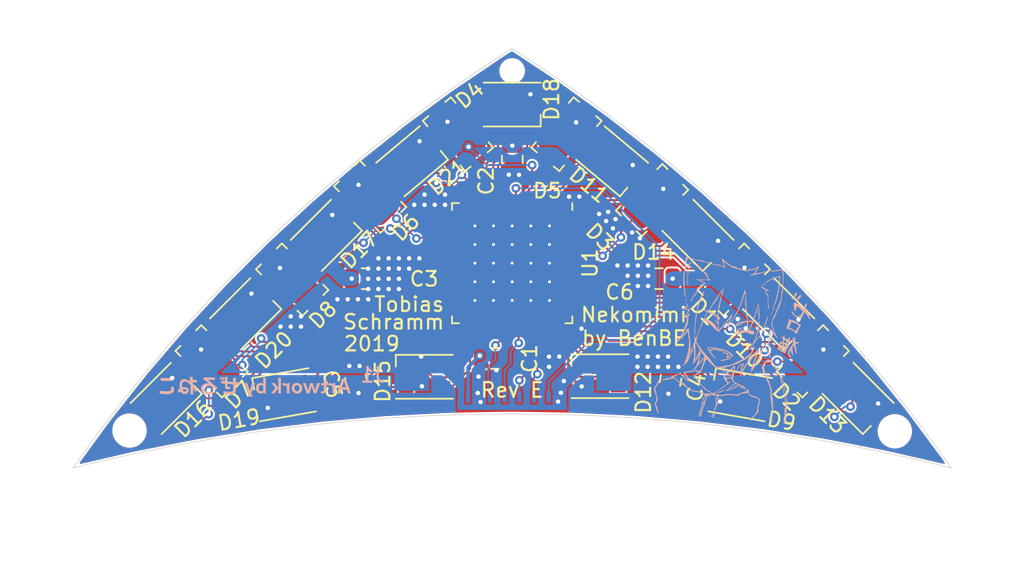
<source format=kicad_pcb>
(kicad_pcb (version 20171130) (host pcbnew 5.1.2)
  (layers (0 F.Cu signal) (31 B.Cu signal) (34 B.Paste user) (35 F.Paste user) (36 B.SilkS user) (37 F.SilkS user) (38 B.Mask user) (39 F.Mask user) (44 Edge.Cuts user))
  (net 0 "")
  (net 1 /U1_R0)
  (net 2 /U1_G0)
  (net 3 /U1_B0)
  (net 4 VCC)
  (net 5 /U1_R1)
  (net 6 /U1_G1)
  (net 7 /U1_B1)
  (net 8 /U1_R4)
  (net 9 /U1_G4)
  (net 10 /U1_B4)
  (net 11 /U1_R5)
  (net 12 /U1_G5)
  (net 13 /U1_B5)
  (net 14 /U1_R2)
  (net 15 /U1_G2)
  (net 16 /U1_B2)
  (net 17 /U1_R3)
  (net 18 /U1_G3)
  (net 19 /U1_B3)
  (net 20 /U1_R6)
  (net 21 /U1_G6)
  (net 22 /U1_B6)
  (net 23 /U1_R7)
  (net 24 /U1_G7)
  (net 25 /U1_B7)
  (net 26 VDD)
  (net 27 GND)
  (net 28 /LAT)
  (net 29 /SCLK)
  (net 30 /SIN)
  (net 31 /GSCLK)
  (net 32 /U1_B8)
  (net 33 /U1_R8)
  (net 34 /U1_G8)
  (net 35 /U1_B12)
  (net 36 /U1_R12)
  (net 37 /U1_G12)
  (net 38 /U1_B9)
  (net 39 /U1_R9)
  (net 40 /U1_G9)
  (net 41 /U1_B13)
  (net 42 /U1_R13)
  (net 43 /U1_G13)
  (net 44 /U1_B14)
  (net 45 /U1_R14)
  (net 46 /U1_G14)
  (net 47 /U1_B10)
  (net 48 /U1_R10)
  (net 49 /U1_G10)
  (net 50 /U1_B15)
  (net 51 /U1_R15)
  (net 52 /U1_G15)
  (net 53 /U1_B11)
  (net 54 /U1_R11)
  (net 55 /U1_G11)
  (net 56 /SOUT)
  (module catear-pcb:catboy (layer B.Cu) (at 155.15 106.95 175)
    (fp_text reference G*** hide)
    (fp_text value LOGO hide)
  )
  (module catear-pcb:Molex_Easy-On_52746-1971_1x19_P0.5mm_Horizontal (layer B.Cu) (at 139.99 111.14)
    (fp_text reference J1 (at -9.51 -1.49) (layer B.SilkS) (effects (justify mirror)))
    (fp_text value Conn_01x19_MountingPin)
    (pad 19 smd rect (at 4.5 0) (size 0.3 0.8) (layers B.Cu B.Paste B.Mask) (net 4 VCC))
    (pad 18 smd rect (at 4 0) (size 0.3 0.8) (layers B.Cu B.Paste B.Mask) (net 4 VCC))
    (pad 17 smd rect (at 3.5 0) (size 0.3 0.8) (layers B.Cu B.Paste B.Mask) (net 27 GND))
    (pad 16 smd rect (at 3 0) (size 0.3 0.8) (layers B.Cu B.Paste B.Mask) (net 27 GND))
    (pad 15 smd rect (at 2.5 0) (size 0.3 0.8) (layers B.Cu B.Paste B.Mask) (net 56 /SOUT))
    (pad 14 smd rect (at 2 0) (size 0.3 0.8) (layers B.Cu B.Paste B.Mask) (net 27 GND))
    (pad 13 smd rect (at 1.5 0) (size 0.3 0.8) (layers B.Cu B.Paste B.Mask) (net 28 /LAT))
    (pad 12 smd rect (at 1 0) (size 0.3 0.8) (layers B.Cu B.Paste B.Mask) (net 27 GND))
    (pad 11 smd rect (at 0.5 0) (size 0.3 0.8) (layers B.Cu B.Paste B.Mask) (net 29 /SCLK))
    (pad 10 smd rect (at 0 0) (size 0.3 0.8) (layers B.Cu B.Paste B.Mask) (net 27 GND))
    (pad 9 smd rect (at -0.5 0) (size 0.3 0.8) (layers B.Cu B.Paste B.Mask) (net 30 /SIN))
    (pad 8 smd rect (at -1 0) (size 0.3 0.8) (layers B.Cu B.Paste B.Mask) (net 27 GND))
    (pad 7 smd rect (at -1.5 0) (size 0.3 0.8) (layers B.Cu B.Paste B.Mask) (net 31 /GSCLK))
    (pad 6 smd rect (at -2 0) (size 0.3 0.8) (layers B.Cu B.Paste B.Mask) (net 27 GND))
    (pad 5 smd rect (at -2.5 0) (size 0.3 0.8) (layers B.Cu B.Paste B.Mask) (net 27 GND))
    (pad 4 smd rect (at -3 0) (size 0.3 0.8) (layers B.Cu B.Paste B.Mask) (net 26 VDD))
    (pad 3 smd rect (at -3.5 0) (size 0.3 0.8) (layers B.Cu B.Paste B.Mask) (net 27 GND))
    (pad 2 smd rect (at -4 0) (size 0.3 0.8) (layers B.Cu B.Paste B.Mask) (net 4 VCC))
    (pad MP smd rect (at 5.75 -0.4) (size 2.4 3.05) (drill (offset 1.2 -1.525)) (layers B.Cu B.Paste B.Mask) (net 27 GND))
    (pad MP smd rect (at -8.06 -0.4) (size 2.4 3.05) (drill (offset 1.2 -1.525)) (layers B.Cu B.Paste B.Mask) (net 27 GND))
    (pad 1 smd rect (at -4.5 0) (size 0.3 0.8) (layers B.Cu B.Paste B.Mask) (net 4 VCC))
  )
  (module catear-pcb:ASMB-MTB1-0A3A2 (layer F.Cu) (at 133.16 95.03 220)
    (fp_text reference D21 (at -1.16851 -2.40339 40) (layer F.SilkS))
    (fp_text value LED_ARGB)
    (pad 1 smd rect (at -1.25 -0.7 220) (size 1 0.8) (layers F.Cu F.Paste F.Mask) (net 51 /U1_R15))
    (pad 4 smd rect (at -1.25 0.7 220) (size 1 0.8) (layers F.Cu F.Paste F.Mask) (net 4 VCC))
    (pad 2 smd rect (at 1.25 -0.7 220) (size 1 0.8) (layers F.Cu F.Paste F.Mask) (net 52 /U1_G15))
    (pad 3 smd rect (at 1.25 0.7 220) (size 1 0.8) (layers F.Cu F.Paste F.Mask) (net 50 /U1_B15))
  )
  (module catear-pcb:ASMB-MTB1-0A3A2 (layer F.Cu) (at 121.788909 105.461142 225)
    (fp_text reference D20 (at 0.38733 -3.118305 45) (layer F.SilkS))
    (fp_text value LED_ARGB)
    (pad 1 smd rect (at -1.25 -0.7 225) (size 1 0.8) (layers F.Cu F.Paste F.Mask) (net 42 /U1_R13))
    (pad 4 smd rect (at -1.25 0.7 225) (size 1 0.8) (layers F.Cu F.Paste F.Mask) (net 4 VCC))
    (pad 2 smd rect (at 1.25 -0.7 225) (size 1 0.8) (layers F.Cu F.Paste F.Mask) (net 43 /U1_G13))
    (pad 3 smd rect (at 1.25 0.7 225) (size 1 0.8) (layers F.Cu F.Paste F.Mask) (net 41 /U1_B13))
  )
  (module catear-pcb:ASMB-MTB1-0A3A2 (layer F.Cu) (at 124.41 111 10)
    (fp_text reference D19 (at -3.322035 1.160769 10) (layer F.SilkS))
    (fp_text value LED_ARGB)
    (pad 1 smd rect (at -1.25 -0.7 10) (size 1 0.8) (layers F.Cu F.Paste F.Mask) (net 36 /U1_R12))
    (pad 4 smd rect (at -1.25 0.7 10) (size 1 0.8) (layers F.Cu F.Paste F.Mask) (net 4 VCC))
    (pad 2 smd rect (at 1.25 -0.7 10) (size 1 0.8) (layers F.Cu F.Paste F.Mask) (net 37 /U1_G12))
    (pad 3 smd rect (at 1.25 0.7 10) (size 1 0.8) (layers F.Cu F.Paste F.Mask) (net 35 /U1_B12))
  )
  (module catear-pcb:ASMB-MTB1-0A3A2 (layer F.Cu) (at 140 91.15 180)
    (fp_text reference D18 (at -2.69 0.35 270) (layer F.SilkS))
    (fp_text value LED_ARGB)
    (pad 1 smd rect (at -1.25 -0.7 180) (size 1 0.8) (layers F.Cu F.Paste F.Mask) (net 54 /U1_R11))
    (pad 4 smd rect (at -1.25 0.7 180) (size 1 0.8) (layers F.Cu F.Paste F.Mask) (net 4 VCC))
    (pad 2 smd rect (at 1.25 -0.7 180) (size 1 0.8) (layers F.Cu F.Paste F.Mask) (net 55 /U1_G11))
    (pad 3 smd rect (at 1.25 0.7 180) (size 1 0.8) (layers F.Cu F.Paste F.Mask) (net 53 /U1_B11))
  )
  (module catear-pcb:ASMB-MTB1-0A3A2 (layer F.Cu) (at 127.3 100.1 225)
    (fp_text reference D17 (at -0.898026 -2.298097 45) (layer F.SilkS))
    (fp_text value LED_ARGB)
    (pad 1 smd rect (at -1.25 -0.7 225) (size 1 0.8) (layers F.Cu F.Paste F.Mask) (net 48 /U1_R10))
    (pad 4 smd rect (at -1.25 0.7 225) (size 1 0.8) (layers F.Cu F.Paste F.Mask) (net 4 VCC))
    (pad 2 smd rect (at 1.25 -0.7 225) (size 1 0.8) (layers F.Cu F.Paste F.Mask) (net 49 /U1_G10))
    (pad 3 smd rect (at 1.25 0.7 225) (size 1 0.8) (layers F.Cu F.Paste F.Mask) (net 47 /U1_B10))
  )
  (module catear-pcb:ASMB-MTB1-0A3A2 (layer F.Cu) (at 116.361091 111.25 225)
    (fp_text reference D16 (at -0.317427 -2.297326 45) (layer F.SilkS))
    (fp_text value LED_ARGB)
    (pad 1 smd rect (at -1.25 -0.7 225) (size 1 0.8) (layers F.Cu F.Paste F.Mask) (net 39 /U1_R9))
    (pad 4 smd rect (at -1.25 0.7 225) (size 1 0.8) (layers F.Cu F.Paste F.Mask) (net 4 VCC))
    (pad 2 smd rect (at 1.25 -0.7 225) (size 1 0.8) (layers F.Cu F.Paste F.Mask) (net 40 /U1_G9))
    (pad 3 smd rect (at 1.25 0.7 225) (size 1 0.8) (layers F.Cu F.Paste F.Mask) (net 38 /U1_B9))
  )
  (module catear-pcb:ASMB-MTB1-0A3A2 (layer F.Cu) (at 134 109.77)
    (fp_text reference D15 (at -2.85 0.31 90) (layer F.SilkS))
    (fp_text value LED_ARGB)
    (pad 1 smd rect (at -1.25 -0.7) (size 1 0.8) (layers F.Cu F.Paste F.Mask) (net 33 /U1_R8))
    (pad 4 smd rect (at -1.25 0.7) (size 1 0.8) (layers F.Cu F.Paste F.Mask) (net 4 VCC))
    (pad 2 smd rect (at 1.25 -0.7) (size 1 0.8) (layers F.Cu F.Paste F.Mask) (net 34 /U1_G8))
    (pad 3 smd rect (at 1.25 0.7) (size 1 0.8) (layers F.Cu F.Paste F.Mask) (net 32 /U1_B8))
  )
  (module catear-pcb:ASMB-MTB1-0A3A2 (layer F.Cu) (at 152.7 100.1 135)
    (fp_text reference D14 (at 1.343503 -2.969848) (layer F.SilkS))
    (fp_text value LED_ARGB)
    (pad 1 smd rect (at -1.25 -0.7 135) (size 1 0.8) (layers F.Cu F.Paste F.Mask) (net 20 /U1_R6))
    (pad 4 smd rect (at -1.25 0.7 135) (size 1 0.8) (layers F.Cu F.Paste F.Mask) (net 4 VCC))
    (pad 2 smd rect (at 1.25 -0.7 135) (size 1 0.8) (layers F.Cu F.Paste F.Mask) (net 21 /U1_G6))
    (pad 3 smd rect (at 1.25 0.7 135) (size 1 0.8) (layers F.Cu F.Paste F.Mask) (net 22 /U1_B6))
  )
  (module catear-pcb:ASMB-MTB1-0A3A2 (layer F.Cu) (at 163.638909 111.25 135)
    (fp_text reference D13 (at 0.663909 -2.276112 135) (layer F.SilkS))
    (fp_text value LED_ARGB)
    (pad 1 smd rect (at -1.25 -0.7 135) (size 1 0.8) (layers F.Cu F.Paste F.Mask) (net 11 /U1_R5))
    (pad 4 smd rect (at -1.25 0.7 135) (size 1 0.8) (layers F.Cu F.Paste F.Mask) (net 4 VCC))
    (pad 2 smd rect (at 1.25 -0.7 135) (size 1 0.8) (layers F.Cu F.Paste F.Mask) (net 12 /U1_G5))
    (pad 3 smd rect (at 1.25 0.7 135) (size 1 0.8) (layers F.Cu F.Paste F.Mask) (net 13 /U1_B5))
  )
  (module catear-pcb:ASMB-MTB1-0A3A2 (layer F.Cu) (at 146 109.73)
    (fp_text reference D12 (at 2.97 1.1 90) (layer F.SilkS))
    (fp_text value LED_ARGB)
    (pad 1 smd rect (at -1.25 -0.7) (size 1 0.8) (layers F.Cu F.Paste F.Mask) (net 8 /U1_R4))
    (pad 4 smd rect (at -1.25 0.7) (size 1 0.8) (layers F.Cu F.Paste F.Mask) (net 4 VCC))
    (pad 2 smd rect (at 1.25 -0.7) (size 1 0.8) (layers F.Cu F.Paste F.Mask) (net 9 /U1_G4))
    (pad 3 smd rect (at 1.25 0.7) (size 1 0.8) (layers F.Cu F.Paste F.Mask) (net 10 /U1_B4))
  )
  (module catear-pcb:ASMB-MTB1-0A3A2 (layer F.Cu) (at 146.84 95.03 140)
    (fp_text reference D11 (at 0.192016 -2.27588 140) (layer F.SilkS))
    (fp_text value LED_ARGB)
    (pad 1 smd rect (at -1.25 -0.7 140) (size 1 0.8) (layers F.Cu F.Paste F.Mask) (net 17 /U1_R3))
    (pad 4 smd rect (at -1.25 0.7 140) (size 1 0.8) (layers F.Cu F.Paste F.Mask) (net 4 VCC))
    (pad 2 smd rect (at 1.25 -0.7 140) (size 1 0.8) (layers F.Cu F.Paste F.Mask) (net 18 /U1_G3))
    (pad 3 smd rect (at 1.25 0.7 140) (size 1 0.8) (layers F.Cu F.Paste F.Mask) (net 19 /U1_B3))
  )
  (module catear-pcb:ASMB-MTB1-0A3A2 (layer F.Cu) (at 158.211091 105.461142 135)
    (fp_text reference D10 (at -0.090345 -3.401148 135) (layer F.SilkS))
    (fp_text value LED_ARGB)
    (pad 1 smd rect (at -1.25 -0.7 135) (size 1 0.8) (layers F.Cu F.Paste F.Mask) (net 5 /U1_R1))
    (pad 4 smd rect (at -1.25 0.7 135) (size 1 0.8) (layers F.Cu F.Paste F.Mask) (net 4 VCC))
    (pad 2 smd rect (at 1.25 -0.7 135) (size 1 0.8) (layers F.Cu F.Paste F.Mask) (net 6 /U1_G1))
    (pad 3 smd rect (at 1.25 0.7 135) (size 1 0.8) (layers F.Cu F.Paste F.Mask) (net 7 /U1_B1))
  )
  (module catear-pcb:ASMB-MTB1-0A3A2 (layer F.Cu) (at 155.59 111 350)
    (fp_text reference D9 (at 3.079877 1.284703 350) (layer F.SilkS))
    (fp_text value LED_ARGB)
    (pad 1 smd rect (at -1.25 -0.7 350) (size 1 0.8) (layers F.Cu F.Paste F.Mask) (net 1 /U1_R0))
    (pad 4 smd rect (at -1.25 0.7 350) (size 1 0.8) (layers F.Cu F.Paste F.Mask) (net 4 VCC))
    (pad 2 smd rect (at 1.25 -0.7 350) (size 1 0.8) (layers F.Cu F.Paste F.Mask) (net 2 /U1_G0))
    (pad 3 smd rect (at 1.25 0.7 350) (size 1 0.8) (layers F.Cu F.Paste F.Mask) (net 3 /U1_B0))
  )
  (module catear-pcb:smd_led_universal (layer F.Cu) (at 119.46 108.712 135)
    (fp_text reference D7 (at -2.954292 -0.309713 45) (layer F.SilkS))
    (fp_text value LED)
    (pad 1 smd roundrect (at -1.125 0 135) (size 1.75 2) (layers F.Cu F.Paste F.Mask) (net 44 /U1_B14))
    (pad 2 smd roundrect (at 1.075 0 135) (size 1.75 2) (layers F.Cu F.Paste F.Mask) (net 4 VCC))
  )
  (module catear-pcb:smd_led_universal (layer F.Cu) (at 149.56 97.69 45)
    (fp_text reference D3 (at -4.320422 -0.742462 135) (layer F.SilkS))
    (fp_text value LED)
    (pad 1 smd roundrect (at -1.125 0 45) (size 1.75 2) (layers F.Cu F.Paste F.Mask) (net 15 /U1_G2))
    (pad 2 smd roundrect (at 1.075 0 45) (size 1.75 2) (layers F.Cu F.Paste F.Mask) (net 4 VCC))
  )
  (module catear-pcb:smd_led_universal (layer F.Cu) (at 124.968 103.124 135)
    (fp_text reference D8 (at -3.194708 -0.222032 225) (layer F.SilkS))
    (fp_text value LED)
    (pad 1 smd roundrect (at -1.125 0 135) (size 1.75 2) (layers F.Cu F.Paste F.Mask) (net 45 /U1_R14))
    (pad 2 smd roundrect (at 1.075 0 135) (size 1.75 2) (layers F.Cu F.Paste F.Mask) (net 4 VCC))
  )
  (module catear-pcb:smd_led_universal (layer F.Cu) (at 130.29 97.45 135)
    (fp_text reference D6 (at -3.206729 0.236881 225) (layer F.SilkS))
    (fp_text value LED)
    (pad 1 smd roundrect (at -1.125 0 135) (size 1.75 2) (layers F.Cu F.Paste F.Mask) (net 46 /U1_G14))
    (pad 2 smd roundrect (at 1.075 0 135) (size 1.75 2) (layers F.Cu F.Paste F.Mask) (net 4 VCC))
  )
  (module catear-pcb:smd_led_universal (layer F.Cu) (at 143.71 93.1782 50)
    (fp_text reference D5 (at -3.808023 1.485227 180) (layer F.SilkS))
    (fp_text value LED)
    (pad 1 smd roundrect (at -1.125 0 50) (size 1.75 2) (layers F.Cu F.Paste F.Mask) (net 23 /U1_R7))
    (pad 2 smd roundrect (at 1.075 0 50) (size 1.75 2) (layers F.Cu F.Paste F.Mask) (net 4 VCC))
  )
  (module catear-pcb:smd_led_universal (layer F.Cu) (at 136.296864 93.1782 130)
    (fp_text reference D4 (at 1.535374 2.336752 220) (layer F.SilkS))
    (fp_text value LED)
    (pad 1 smd roundrect (at -1.125 0 130) (size 1.75 2) (layers F.Cu F.Paste F.Mask) (net 24 /U1_G7))
    (pad 2 smd roundrect (at 1.075 0 130) (size 1.75 2) (layers F.Cu F.Paste F.Mask) (net 4 VCC))
  )
  (module catear-pcb:smd_led_universal (layer F.Cu) (at 160.54 108.712 45)
    (fp_text reference D2 (at -2.989647 0.458205 135) (layer F.SilkS))
    (fp_text value LED)
    (pad 1 smd roundrect (at -1.125 0 45) (size 1.75 2) (layers F.Cu F.Paste F.Mask) (net 16 /U1_B2))
    (pad 2 smd roundrect (at 1.075 0 45) (size 1.75 2) (layers F.Cu F.Paste F.Mask) (net 4 VCC))
  )
  (module catear-pcb:smd_led_universal (layer F.Cu) (at 155.145495 103.124 45)
    (fp_text reference D1 (at -2.985048 0.120565 135) (layer F.SilkS))
    (fp_text value LED)
    (pad 1 smd roundrect (at -1.125 0 45) (size 1.75 2) (layers F.Cu F.Paste F.Mask) (net 14 /U1_R2))
    (pad 2 smd roundrect (at 1.075 0 45) (size 1.75 2) (layers F.Cu F.Paste F.Mask) (net 4 VCC))
  )
  (module catear-pcb:TestPoint_0.5x1mm (layer F.Cu) (at 143 96 135)
    (fp_text reference TP1 hide)
    (fp_text value TestPoint)
    (pad 1 smd oval (at 0 0 135) (size 0.5 1) (layers F.Cu F.Paste F.Mask) (net 25 /U1_B7))
  )
  (module catear-pcb:attribution (layer B.Cu) (at 122.4 110.45 180)
    (fp_text reference G*** hide)
    (fp_text value LOGO hide)
  )
  (module MountingHole:MountingHole_2.1mm (layer F.Cu) (at 166.15 113.5)
    (fp_text reference REF** hide)
    (fp_text value MountingHole_2.1mm)
    (pad "" np_thru_hole circle (at 0 0) (size 2.1 2.1) (drill 2.1) (layers *.Cu *.Mask))
  )
  (module MountingHole:MountingHole_2.1mm (layer F.Cu) (at 113.85 113.45)
    (fp_text reference REF** hide)
    (fp_text value MountingHole_2.1mm)
    (pad "" np_thru_hole circle (at 0 0) (size 2.1 2.1) (drill 2.1) (layers *.Cu *.Mask))
  )
  (module catear-pcb:MountingHole_1mm (layer F.Cu) (at 140 88.85)
    (fp_text reference REF** hide)
    (fp_text value MountingHole_1.5mm)
    (pad "" np_thru_hole circle (at 0 0) (size 1.5 1.5) (drill 1.5) (layers *.Cu *.Mask))
  )
  (module Capacitor_SMD:C_0805_2012Metric (layer F.Cu) (at 129.97 103.06)
    (fp_text reference C3 (at 4.01 0.02 180) (layer F.SilkS))
    (fp_text value C)
    (pad 2 smd roundrect (at 0.9375 0) (size 0.975 1.4) (layers F.Cu F.Paste F.Mask) (net 27 GND))
    (pad 1 smd roundrect (at -0.9375 0) (size 0.975 1.4) (layers F.Cu F.Paste F.Mask) (net 4 VCC))
  )
  (module Capacitor_SMD:C_0805_2012Metric (layer F.Cu) (at 150.03 103.06 180)
    (fp_text reference C6 (at 2.69 -0.92 180) (layer F.SilkS))
    (fp_text value C)
    (pad 2 smd roundrect (at 0.9375 0 180) (size 0.975 1.4) (layers F.Cu F.Paste F.Mask) (net 27 GND))
    (pad 1 smd roundrect (at -0.9375 0 180) (size 0.975 1.4) (layers F.Cu F.Paste F.Mask) (net 4 VCC))
  )
  (module Capacitor_SMD:C_0805_2012Metric (layer F.Cu) (at 129.33 109.98 100)
    (fp_text reference C5 (at 0.000001 -1.65 100) (layer F.SilkS))
    (fp_text value C)
    (pad 2 smd roundrect (at 0.9375 0 100) (size 0.975 1.4) (layers F.Cu F.Paste F.Mask) (net 27 GND))
    (pad 1 smd roundrect (at -0.9375 0 100) (size 0.975 1.4) (layers F.Cu F.Paste F.Mask) (net 4 VCC))
  )
  (module Capacitor_SMD:C_0805_2012Metric (layer F.Cu) (at 150.82 110.02 80)
    (fp_text reference C4 (at -0.167087 1.816613 260) (layer F.SilkS))
    (fp_text value C)
    (pad 2 smd roundrect (at 0.9375 0 80) (size 0.975 1.4) (layers F.Cu F.Paste F.Mask) (net 27 GND))
    (pad 1 smd roundrect (at -0.9375 0 80) (size 0.975 1.4) (layers F.Cu F.Paste F.Mask) (net 4 VCC))
  )
  (module Capacitor_SMD:C_0805_2012Metric (layer F.Cu) (at 140.01 94.9 270)
    (fp_text reference C2 (at 1.48 1.79 270) (layer F.SilkS))
    (fp_text value C)
    (pad 2 smd roundrect (at 0.9375 0 270) (size 0.975 1.4) (layers F.Cu F.Paste F.Mask) (net 27 GND))
    (pad 1 smd roundrect (at -0.9375 0 270) (size 0.975 1.4) (layers F.Cu F.Paste F.Mask) (net 4 VCC))
  )
  (module Package_DFN_QFN:QFN-56-1EP_8x8mm_P0.5mm_EP5.6x5.6mm_ThermalVias (layer F.Cu) (at 140 102 270)
    (fp_text reference U1 (at 0 -5.32 90) (layer F.SilkS))
    (fp_text value TLC5955RTQ)
    (pad 56 smd roundrect (at -3.25 -3.9375 270) (size 0.25 0.875) (layers F.Cu F.Paste F.Mask) (net 21 /U1_G6))
    (pad 55 smd roundrect (at -2.75 -3.9375 270) (size 0.25 0.875) (layers F.Cu F.Paste F.Mask) (net 20 /U1_R6))
    (pad 54 smd roundrect (at -2.25 -3.9375 270) (size 0.25 0.875) (layers F.Cu F.Paste F.Mask) (net 22 /U1_B6))
    (pad 53 smd roundrect (at -1.75 -3.9375 270) (size 0.25 0.875) (layers F.Cu F.Paste F.Mask) (net 15 /U1_G2))
    (pad 52 smd roundrect (at -1.25 -3.9375 270) (size 0.25 0.875) (layers F.Cu F.Paste F.Mask) (net 14 /U1_R2))
    (pad 51 smd roundrect (at -0.75 -3.9375 270) (size 0.25 0.875) (layers F.Cu F.Paste F.Mask) (net 16 /U1_B2))
    (pad 50 smd roundrect (at -0.25 -3.9375 270) (size 0.25 0.875) (layers F.Cu F.Paste F.Mask) (net 6 /U1_G1))
    (pad 49 smd roundrect (at 0.25 -3.9375 270) (size 0.25 0.875) (layers F.Cu F.Paste F.Mask) (net 5 /U1_R1))
    (pad 48 smd roundrect (at 0.75 -3.9375 270) (size 0.25 0.875) (layers F.Cu F.Paste F.Mask) (net 7 /U1_B1))
    (pad 47 smd roundrect (at 1.25 -3.9375 270) (size 0.25 0.875) (layers F.Cu F.Paste F.Mask) (net 12 /U1_G5))
    (pad 46 smd roundrect (at 1.75 -3.9375 270) (size 0.25 0.875) (layers F.Cu F.Paste F.Mask) (net 11 /U1_R5))
    (pad 45 smd roundrect (at 2.25 -3.9375 270) (size 0.25 0.875) (layers F.Cu F.Paste F.Mask) (net 13 /U1_B5))
    (pad 44 smd roundrect (at 2.75 -3.9375 270) (size 0.25 0.875) (layers F.Cu F.Paste F.Mask) (net 2 /U1_G0))
    (pad 43 smd roundrect (at 3.25 -3.9375 270) (size 0.25 0.875) (layers F.Cu F.Paste F.Mask) (net 1 /U1_R0))
    (pad 42 smd roundrect (at 3.9375 -3.25 270) (size 0.875 0.25) (layers F.Cu F.Paste F.Mask) (net 3 /U1_B0))
    (pad 41 smd roundrect (at 3.9375 -2.75 270) (size 0.875 0.25) (layers F.Cu F.Paste F.Mask) (net 9 /U1_G4))
    (pad 40 smd roundrect (at 3.9375 -2.25 270) (size 0.875 0.25) (layers F.Cu F.Paste F.Mask) (net 8 /U1_R4))
    (pad 39 smd roundrect (at 3.9375 -1.75 270) (size 0.875 0.25) (layers F.Cu F.Paste F.Mask) (net 10 /U1_B4))
    (pad 38 smd roundrect (at 3.9375 -1.25 270) (size 0.875 0.25) (layers F.Cu F.Paste F.Mask) (net 28 /LAT))
    (pad 37 smd roundrect (at 3.9375 -0.75 270) (size 0.875 0.25) (layers F.Cu F.Paste F.Mask) (net 29 /SCLK))
    (pad 36 smd roundrect (at 3.9375 -0.25 270) (size 0.875 0.25) (layers F.Cu F.Paste F.Mask) (net 30 /SIN))
    (pad 35 smd roundrect (at 3.9375 0.25 270) (size 0.875 0.25) (layers F.Cu F.Paste F.Mask) (net 27 GND))
    (pad 34 smd roundrect (at 3.9375 0.75 270) (size 0.875 0.25) (layers F.Cu F.Paste F.Mask) (net 31 /GSCLK))
    (pad 33 smd roundrect (at 3.9375 1.25 270) (size 0.875 0.25) (layers F.Cu F.Paste F.Mask) (net 26 VDD))
    (pad 32 smd roundrect (at 3.9375 1.75 270) (size 0.875 0.25) (layers F.Cu F.Paste F.Mask) (net 32 /U1_B8))
    (pad 31 smd roundrect (at 3.9375 2.25 270) (size 0.875 0.25) (layers F.Cu F.Paste F.Mask) (net 33 /U1_R8))
    (pad 30 smd roundrect (at 3.9375 2.75 270) (size 0.875 0.25) (layers F.Cu F.Paste F.Mask) (net 34 /U1_G8))
    (pad 29 smd roundrect (at 3.9375 3.25 270) (size 0.875 0.25) (layers F.Cu F.Paste F.Mask) (net 35 /U1_B12))
    (pad 28 smd roundrect (at 3.25 3.9375 270) (size 0.25 0.875) (layers F.Cu F.Paste F.Mask) (net 36 /U1_R12))
    (pad 27 smd roundrect (at 2.75 3.9375 270) (size 0.25 0.875) (layers F.Cu F.Paste F.Mask) (net 37 /U1_G12))
    (pad 26 smd roundrect (at 2.25 3.9375 270) (size 0.25 0.875) (layers F.Cu F.Paste F.Mask) (net 38 /U1_B9))
    (pad 25 smd roundrect (at 1.75 3.9375 270) (size 0.25 0.875) (layers F.Cu F.Paste F.Mask) (net 39 /U1_R9))
    (pad 24 smd roundrect (at 1.25 3.9375 270) (size 0.25 0.875) (layers F.Cu F.Paste F.Mask) (net 40 /U1_G9))
    (pad 23 smd roundrect (at 0.75 3.9375 270) (size 0.25 0.875) (layers F.Cu F.Paste F.Mask) (net 41 /U1_B13))
    (pad 22 smd roundrect (at 0.25 3.9375 270) (size 0.25 0.875) (layers F.Cu F.Paste F.Mask) (net 42 /U1_R13))
    (pad 21 smd roundrect (at -0.25 3.9375 270) (size 0.25 0.875) (layers F.Cu F.Paste F.Mask) (net 43 /U1_G13))
    (pad 20 smd roundrect (at -0.75 3.9375 270) (size 0.25 0.875) (layers F.Cu F.Paste F.Mask) (net 44 /U1_B14))
    (pad 19 smd roundrect (at -1.25 3.9375 270) (size 0.25 0.875) (layers F.Cu F.Paste F.Mask) (net 45 /U1_R14))
    (pad 18 smd roundrect (at -1.75 3.9375 270) (size 0.25 0.875) (layers F.Cu F.Paste F.Mask) (net 46 /U1_G14))
    (pad 17 smd roundrect (at -2.25 3.9375 270) (size 0.25 0.875) (layers F.Cu F.Paste F.Mask) (net 47 /U1_B10))
    (pad 16 smd roundrect (at -2.75 3.9375 270) (size 0.25 0.875) (layers F.Cu F.Paste F.Mask) (net 48 /U1_R10))
    (pad 15 smd roundrect (at -3.25 3.9375 270) (size 0.25 0.875) (layers F.Cu F.Paste F.Mask) (net 49 /U1_G10))
    (pad 14 smd roundrect (at -3.9375 3.25 270) (size 0.875 0.25) (layers F.Cu F.Paste F.Mask) (net 50 /U1_B15))
    (pad 13 smd roundrect (at -3.9375 2.75 270) (size 0.875 0.25) (layers F.Cu F.Paste F.Mask) (net 51 /U1_R15))
    (pad 12 smd roundrect (at -3.9375 2.25 270) (size 0.875 0.25) (layers F.Cu F.Paste F.Mask) (net 52 /U1_G15))
    (pad 11 smd roundrect (at -3.9375 1.75 270) (size 0.875 0.25) (layers F.Cu F.Paste F.Mask) (net 53 /U1_B11))
    (pad 10 smd roundrect (at -3.9375 1.25 270) (size 0.875 0.25) (layers F.Cu F.Paste F.Mask) (net 54 /U1_R11))
    (pad 9 smd roundrect (at -3.9375 0.75 270) (size 0.875 0.25) (layers F.Cu F.Paste F.Mask) (net 55 /U1_G11))
    (pad 8 smd roundrect (at -3.9375 0.25 270) (size 0.875 0.25) (layers F.Cu F.Paste F.Mask) (net 27 GND))
    (pad 7 smd roundrect (at -3.9375 -0.25 270) (size 0.875 0.25) (layers F.Cu F.Paste F.Mask) (net 56 /SOUT))
    (pad 6 smd roundrect (at -3.9375 -0.75 270) (size 0.875 0.25) (layers F.Cu F.Paste F.Mask) (net 24 /U1_G7))
    (pad 5 smd roundrect (at -3.9375 -1.25 270) (size 0.875 0.25) (layers F.Cu F.Paste F.Mask) (net 23 /U1_R7))
    (pad 4 smd roundrect (at -3.9375 -1.75 270) (size 0.875 0.25) (layers F.Cu F.Paste F.Mask) (net 25 /U1_B7))
    (pad 3 smd roundrect (at -3.9375 -2.25 270) (size 0.875 0.25) (layers F.Cu F.Paste F.Mask) (net 18 /U1_G3))
    (pad 2 smd roundrect (at -3.9375 -2.75 270) (size 0.875 0.25) (layers F.Cu F.Paste F.Mask) (net 17 /U1_R3))
    (pad 1 smd roundrect (at -3.9375 -3.25 270) (size 0.875 0.25) (layers F.Cu F.Paste F.Mask) (net 19 /U1_B3))
    (pad 57 smd roundrect (at 0 0 270) (size 5.6 5.6) (layers B.Cu) (roundrect_rratio 0.044643) (net 27 GND))
    (pad 57 thru_hole circle (at 2.55 2.55 270) (size 0.5 0.5) (drill 0.2) (layers *.Cu) (net 27 GND))
    (pad 57 thru_hole circle (at 1.275 2.55 270) (size 0.5 0.5) (drill 0.2) (layers *.Cu) (net 27 GND))
    (pad 57 thru_hole circle (at 0 2.55 270) (size 0.5 0.5) (drill 0.2) (layers *.Cu) (net 27 GND))
    (pad 57 thru_hole circle (at -1.275 2.55 270) (size 0.5 0.5) (drill 0.2) (layers *.Cu) (net 27 GND))
    (pad 57 thru_hole circle (at -2.55 2.55 270) (size 0.5 0.5) (drill 0.2) (layers *.Cu) (net 27 GND))
    (pad 57 thru_hole circle (at 2.55 1.275 270) (size 0.5 0.5) (drill 0.2) (layers *.Cu) (net 27 GND))
    (pad 57 thru_hole circle (at 1.275 1.275 270) (size 0.5 0.5) (drill 0.2) (layers *.Cu) (net 27 GND))
    (pad 57 thru_hole circle (at 0 1.275 270) (size 0.5 0.5) (drill 0.2) (layers *.Cu) (net 27 GND))
    (pad 57 thru_hole circle (at -1.275 1.275 270) (size 0.5 0.5) (drill 0.2) (layers *.Cu) (net 27 GND))
    (pad 57 thru_hole circle (at -2.55 1.275 270) (size 0.5 0.5) (drill 0.2) (layers *.Cu) (net 27 GND))
    (pad 57 thru_hole circle (at 2.55 0 270) (size 0.5 0.5) (drill 0.2) (layers *.Cu) (net 27 GND))
    (pad 57 thru_hole circle (at 1.275 0 270) (size 0.5 0.5) (drill 0.2) (layers *.Cu) (net 27 GND))
    (pad 57 thru_hole circle (at 0 0 270) (size 0.5 0.5) (drill 0.2) (layers *.Cu) (net 27 GND))
    (pad 57 thru_hole circle (at -1.275 0 270) (size 0.5 0.5) (drill 0.2) (layers *.Cu) (net 27 GND))
    (pad 57 thru_hole circle (at -2.55 0 270) (size 0.5 0.5) (drill 0.2) (layers *.Cu) (net 27 GND))
    (pad 57 thru_hole circle (at 2.55 -1.275 270) (size 0.5 0.5) (drill 0.2) (layers *.Cu) (net 27 GND))
    (pad 57 thru_hole circle (at 1.275 -1.275 270) (size 0.5 0.5) (drill 0.2) (layers *.Cu) (net 27 GND))
    (pad 57 thru_hole circle (at 0 -1.275 270) (size 0.5 0.5) (drill 0.2) (layers *.Cu) (net 27 GND))
    (pad 57 thru_hole circle (at -1.275 -1.275 270) (size 0.5 0.5) (drill 0.2) (layers *.Cu) (net 27 GND))
    (pad 57 thru_hole circle (at -2.55 -1.275 270) (size 0.5 0.5) (drill 0.2) (layers *.Cu) (net 27 GND))
    (pad 57 thru_hole circle (at 2.55 -2.55 270) (size 0.5 0.5) (drill 0.2) (layers *.Cu) (net 27 GND))
    (pad 57 thru_hole circle (at 1.275 -2.55 270) (size 0.5 0.5) (drill 0.2) (layers *.Cu) (net 27 GND))
    (pad 57 thru_hole circle (at 0 -2.55 270) (size 0.5 0.5) (drill 0.2) (layers *.Cu) (net 27 GND))
    (pad 57 thru_hole circle (at -1.275 -2.55 270) (size 0.5 0.5) (drill 0.2) (layers *.Cu) (net 27 GND))
    (pad 57 thru_hole circle (at -2.55 -2.55 270) (size 0.5 0.5) (drill 0.2) (layers *.Cu) (net 27 GND))
    (pad 57 smd roundrect (at 0 0 270) (size 5.6 5.6) (layers F.Cu F.Mask) (roundrect_rratio 0.044643) (net 27 GND))
  )
  (module Capacitor_SMD:C_0805_2012Metric (layer F.Cu) (at 138.81 108.52)
    (fp_text reference C1 (at 2.38 0.01 90) (layer F.SilkS))
    (fp_text value C)
    (pad 2 smd roundrect (at 0.9375 0) (size 0.975 1.4) (layers F.Cu F.Paste F.Mask) (net 27 GND))
    (pad 1 smd roundrect (at -0.9375 0) (size 0.975 1.4) (layers F.Cu F.Paste F.Mask) (net 26 VDD))
  )
  (gr_text Schramm (at 135.45 106.02) (layer F.SilkS) (effects (font (size 1 1)) (justify right)))
  (gr_text 2019 (at 130.41 107.51) (layer F.SilkS) (effects (font (size 1 1))))
  (gr_text "Rev E" (at 140 110.68) (layer F.SilkS) (effects (font (size 1 1))))
  (gr_text Tobias (at 135.44 104.81) (layer F.SilkS) (effects (font (size 1 1)) (justify right)))
  (gr_text "Nekomimi\nby BenBE" (at 148.32 106.33) (layer F.SilkS) (effects (font (size 1 1))))
  (gr_arc (start 197.105766 177.067073) (end 139.987752 87.320593) (angle -22.49237648) (layer Edge.Cuts) (width 0.05))
  (gr_arc (start 83 177) (end 170 116) (angle -22.52944362) (layer Edge.Cuts) (width 0.05))
  (gr_arc (start 140 236) (end 170 116) (angle -28.07248694) (layer Edge.Cuts) (width 0.05))
  (via (at 144.75 110.43) (size 0.6) (drill 0.3) (layers F.Cu B.Cu) (net 4))
  (via (at 116.77 109.85) (size 0.6) (drill 0.3) (layers F.Cu B.Cu) (net 4))
  (via (at 122.18 104.08) (size 0.6) (drill 0.3) (layers F.Cu B.Cu) (net 4))
  (via (at 127.71 98.7) (size 0.6) (drill 0.3) (layers F.Cu B.Cu) (net 4))
  (via (at 133.67 93.66) (size 0.6) (drill 0.3) (layers F.Cu B.Cu) (net 4))
  (segment (start 144.55008 105.25) (end 143.9375 105.25) (width 0.127) (layer F.Cu) (net 1))
  (segment (start 146.37 107.06992) (end 144.55008 105.25) (width 0.127) (layer F.Cu) (net 1))
  (segment (start 153.978225 109.591255) (end 153.832973 109.591255) (width 0.127) (layer F.Cu) (net 1))
  (segment (start 146.37 107.08) (end 146.37 107.06992) (width 0.127) (layer F.Cu) (net 1))
  (segment (start 151.554708 107.31299) (end 146.60299 107.31299) (width 0.127) (layer F.Cu) (net 1))
  (segment (start 154.480544 110.093574) (end 153.978225 109.591255) (width 0.127) (layer F.Cu) (net 1))
  (segment (start 153.832973 109.591255) (end 151.554708 107.31299) (width 0.127) (layer F.Cu) (net 1))
  (segment (start 146.60299 107.31299) (end 146.37 107.08) (width 0.127) (layer F.Cu) (net 1))
  (segment (start 151.690158 106.98598) (end 146.74852 106.98598) (width 0.127) (layer F.Cu) (net 2))
  (segment (start 144.51254 104.75) (end 144.475 104.75) (width 0.127) (layer F.Cu) (net 2))
  (segment (start 153.726485 109.022307) (end 151.690158 106.98598) (width 0.127) (layer F.Cu) (net 2))
  (segment (start 155.437175 109.022307) (end 153.726485 109.022307) (width 0.127) (layer F.Cu) (net 2))
  (segment (start 144.475 104.75) (end 143.9375 104.75) (width 0.127) (layer F.Cu) (net 2))
  (segment (start 146.74852 106.98598) (end 144.51254 104.75) (width 0.127) (layer F.Cu) (net 2))
  (segment (start 156.942563 110.527695) (end 155.437175 109.022307) (width 0.127) (layer F.Cu) (net 2))
  (segment (start 155.11 110.91) (end 153.51 110.64) (width 0.127) (layer F.Cu) (net 3))
  (segment (start 155.70303 110.91) (end 155.11 110.91) (width 0.127) (layer F.Cu) (net 3))
  (segment (start 156.699456 111.906426) (end 155.70303 110.91) (width 0.127) (layer F.Cu) (net 3))
  (segment (start 143.44571 106.13321) (end 143.25 105.9375) (width 0.127) (layer F.Cu) (net 3))
  (segment (start 151.419257 107.64) (end 144.9525 107.64) (width 0.127) (layer F.Cu) (net 3))
  (segment (start 153.51 109.730743) (end 151.419257 107.64) (width 0.127) (layer F.Cu) (net 3))
  (segment (start 144.9525 107.64) (end 143.44571 106.13321) (width 0.127) (layer F.Cu) (net 3))
  (segment (start 153.51 110.64) (end 153.51 109.730743) (width 0.127) (layer F.Cu) (net 3))
  (via (at 148.24 95.29) (size 0.6) (drill 0.3) (layers F.Cu B.Cu) (net 4))
  (via (at 154.07 100.47) (size 0.6) (drill 0.3) (layers F.Cu B.Cu) (net 4))
  (via (at 159.57 105.86) (size 0.6) (drill 0.3) (layers F.Cu B.Cu) (net 4))
  (via (at 165.01 111.6) (size 0.6) (drill 0.3) (layers F.Cu B.Cu) (net 4))
  (via (at 154.22 111.46) (size 0.6) (drill 0.3) (layers F.Cu B.Cu) (net 4))
  (via (at 123.3 111.9) (size 0.6) (drill 0.3) (layers F.Cu B.Cu) (net 4))
  (via (at 129.5 110.88) (size 0.6) (drill 0.3) (layers F.Cu B.Cu) (net 4))
  (via (at 118.74 107.9) (size 0.6) (drill 0.3) (layers F.Cu B.Cu) (net 4))
  (via (at 124.13 102.33) (size 0.6) (drill 0.3) (layers F.Cu B.Cu) (net 4))
  (via (at 129.5 96.64) (size 0.6) (drill 0.3) (layers F.Cu B.Cu) (net 4))
  (via (at 135.58 92.33) (size 0.6) (drill 0.3) (layers F.Cu B.Cu) (net 4))
  (via (at 144.37 92.37) (size 0.6) (drill 0.3) (layers F.Cu B.Cu) (net 4))
  (via (at 150.33 96.92) (size 0.6) (drill 0.3) (layers F.Cu B.Cu) (net 4))
  (via (at 155.88 102.31) (size 0.6) (drill 0.3) (layers F.Cu B.Cu) (net 4))
  (via (at 161.27 107.91) (size 0.6) (drill 0.3) (layers F.Cu B.Cu) (net 4))
  (via (at 150.68 110.93) (size 0.6) (drill 0.3) (layers F.Cu B.Cu) (net 4))
  (via (at 140.01 93.9625) (size 0.6) (drill 0.3) (layers F.Cu B.Cu) (net 4))
  (segment (start 144.37 92.37) (end 141.6025 92.37) (width 1) (layer B.Cu) (net 4))
  (segment (start 141.6025 92.37) (end 140.01 93.9625) (width 1) (layer B.Cu) (net 4))
  (segment (start 138.3775 92.33) (end 135.58 92.33) (width 1) (layer B.Cu) (net 4))
  (segment (start 140.01 93.9625) (end 138.3775 92.33) (width 1) (layer B.Cu) (net 4))
  (via (at 150.9675 103.06) (size 0.6) (drill 0.3) (layers F.Cu B.Cu) (net 4))
  (segment (start 155.13 103.06) (end 155.88 102.31) (width 1) (layer B.Cu) (net 4))
  (segment (start 150.9675 103.06) (end 155.13 103.06) (width 1) (layer B.Cu) (net 4))
  (via (at 129.0325 103.06) (size 0.6) (drill 0.3) (layers F.Cu B.Cu) (net 4))
  (segment (start 128.492233 103.06) (end 126.911091 101.478858) (width 1) (layer B.Cu) (net 4))
  (segment (start 129.0325 103.06) (end 128.492233 103.06) (width 1) (layer B.Cu) (net 4))
  (segment (start 129.492795 110.887205) (end 129.492795 110.903257) (width 0.127) (layer F.Cu) (net 4))
  (segment (start 129.91 110.47) (end 129.492795 110.887205) (width 0.127) (layer F.Cu) (net 4))
  (segment (start 132.75 110.47) (end 129.91 110.47) (width 0.127) (layer F.Cu) (net 4))
  (segment (start 154.40374 107.387257) (end 158.052743 107.387257) (width 0.127) (layer F.Cu) (net 5))
  (segment (start 152.367414 105.35093) (end 154.40374 107.387257) (width 0.127) (layer F.Cu) (net 5))
  (segment (start 147.613469 105.35093) (end 152.367414 105.35093) (width 0.127) (layer F.Cu) (net 5))
  (segment (start 143.9375 102.25) (end 144.512539 102.25) (width 0.127) (layer F.Cu) (net 5))
  (segment (start 158.052743 107.387257) (end 158.6 106.84) (width 0.127) (layer F.Cu) (net 5))
  (segment (start 144.512539 102.25) (end 147.613469 105.35093) (width 0.127) (layer F.Cu) (net 5))
  (segment (start 154.539191 107.060247) (end 152.502865 105.02392) (width 0.127) (layer F.Cu) (net 6))
  (segment (start 147.74892 105.02392) (end 144.475 101.75) (width 0.127) (layer F.Cu) (net 6))
  (segment (start 144.475 101.75) (end 143.9375 101.75) (width 0.127) (layer F.Cu) (net 6))
  (segment (start 152.502865 105.02392) (end 147.74892 105.02392) (width 0.127) (layer F.Cu) (net 6))
  (segment (start 154.539191 107.060247) (end 156.389753 107.060247) (width 0.127) (layer F.Cu) (net 6))
  (segment (start 156.389753 107.060247) (end 156.832233 106.617767) (width 0.127) (layer F.Cu) (net 6))
  (segment (start 156.832233 106.617767) (end 156.832233 105.072233) (width 0.127) (layer F.Cu) (net 6))
  (segment (start 144.475 102.75) (end 143.9375 102.75) (width 0.127) (layer F.Cu) (net 7))
  (segment (start 154.268289 107.714267) (end 152.231963 105.67794) (width 0.127) (layer F.Cu) (net 7))
  (segment (start 144.477539 102.75) (end 144.475 102.75) (width 0.127) (layer F.Cu) (net 7))
  (segment (start 147.405479 105.67794) (end 144.477539 102.75) (width 0.127) (layer F.Cu) (net 7))
  (segment (start 152.231963 105.67794) (end 147.405479 105.67794) (width 0.127) (layer F.Cu) (net 7))
  (via (at 157.26 107.950757) (size 0.6) (drill 0.3) (layers F.Cu B.Cu) (net 7))
  (segment (start 154.268289 107.714267) (end 157.02351 107.714267) (width 0.127) (layer F.Cu) (net 7))
  (segment (start 157.02351 107.714267) (end 157.26 107.950757) (width 0.127) (layer F.Cu) (net 7))
  (segment (start 157.26 107.950757) (end 157.26 106.923757) (width 0.127) (layer B.Cu) (net 7))
  (via (at 157.36 106.823757) (size 0.6) (drill 0.3) (layers F.Cu B.Cu) (net 7))
  (segment (start 157.26 106.923757) (end 157.36 106.823757) (width 0.127) (layer B.Cu) (net 7))
  (segment (start 157.822182 106.361575) (end 157.822182 104.082284) (width 0.127) (layer F.Cu) (net 7))
  (segment (start 157.36 106.823757) (end 157.822182 106.361575) (width 0.127) (layer F.Cu) (net 7))
  (segment (start 142.25 106.475) (end 142.25 105.9375) (width 0.127) (layer F.Cu) (net 8))
  (segment (start 143.04201 107.26701) (end 142.25 106.475) (width 0.127) (layer F.Cu) (net 8))
  (segment (start 143.65459 107.26701) (end 143.04201 107.26701) (width 0.127) (layer F.Cu) (net 8))
  (segment (start 144.75 108.36242) (end 143.65459 107.26701) (width 0.127) (layer F.Cu) (net 8))
  (segment (start 144.75 109.03) (end 144.75 108.36242) (width 0.127) (layer F.Cu) (net 8))
  (segment (start 146.08701 107.96701) (end 144.81705 107.96701) (width 0.127) (layer F.Cu) (net 9))
  (segment (start 147.25 109.03) (end 147.15 109.03) (width 0.127) (layer F.Cu) (net 9))
  (segment (start 147.15 109.03) (end 146.08701 107.96701) (width 0.127) (layer F.Cu) (net 9))
  (segment (start 142.75 106.475) (end 142.75 105.9375) (width 0.127) (layer F.Cu) (net 9))
  (segment (start 142.75 106.51) (end 142.75 106.475) (width 0.127) (layer F.Cu) (net 9))
  (segment (start 143.18 106.94) (end 142.75 106.51) (width 0.127) (layer F.Cu) (net 9))
  (segment (start 143.79004 106.94) (end 143.18 106.94) (width 0.127) (layer F.Cu) (net 9))
  (segment (start 144.81705 107.96701) (end 143.79004 106.94) (width 0.127) (layer F.Cu) (net 9))
  (segment (start 156.792779 109.45299) (end 157.571941 109.45299) (width 0.127) (layer F.Cu) (net 11))
  (segment (start 144.475 103.75) (end 147.05696 106.33196) (width 0.127) (layer F.Cu) (net 11))
  (segment (start 143.9375 103.75) (end 144.475 103.75) (width 0.127) (layer F.Cu) (net 11))
  (segment (start 153.997387 108.368287) (end 155.708077 108.368287) (width 0.127) (layer F.Cu) (net 11))
  (segment (start 147.05696 106.33196) (end 151.961061 106.33196) (width 0.127) (layer F.Cu) (net 11))
  (segment (start 151.961061 106.33196) (end 153.997387 108.368287) (width 0.127) (layer F.Cu) (net 11))
  (segment (start 155.708077 108.368287) (end 156.792779 109.45299) (width 0.127) (layer F.Cu) (net 11))
  (segment (start 163.089472 112.628858) (end 162.002267 111.541653) (width 0.127) (layer F.Cu) (net 11))
  (segment (start 164.027818 112.628858) (end 163.089472 112.628858) (width 0.127) (layer F.Cu) (net 11))
  (segment (start 159.660604 111.541653) (end 157.571941 109.45299) (width 0.127) (layer F.Cu) (net 11))
  (segment (start 162.002267 111.541653) (end 159.660604 111.541653) (width 0.127) (layer F.Cu) (net 11))
  (segment (start 144.475 103.25) (end 143.9375 103.25) (width 0.127) (layer F.Cu) (net 12))
  (segment (start 147.22995 106.00495) (end 144.475 103.25) (width 0.127) (layer F.Cu) (net 12))
  (segment (start 152.096512 106.00495) (end 147.22995 106.00495) (width 0.127) (layer F.Cu) (net 12))
  (segment (start 154.132838 108.041277) (end 152.096512 106.00495) (width 0.127) (layer F.Cu) (net 12))
  (segment (start 157.707392 109.12598) (end 156.92823 109.12598) (width 0.127) (layer F.Cu) (net 12))
  (segment (start 156.92823 109.12598) (end 155.843528 108.041277) (width 0.127) (layer F.Cu) (net 12))
  (segment (start 159.796055 111.214643) (end 157.707392 109.12598) (width 0.127) (layer F.Cu) (net 12))
  (segment (start 155.843528 108.041277) (end 154.132838 108.041277) (width 0.127) (layer F.Cu) (net 12))
  (segment (start 161.906499 111.214643) (end 162.260051 110.861091) (width 0.127) (layer F.Cu) (net 12))
  (segment (start 159.796055 111.214643) (end 161.906499 111.214643) (width 0.127) (layer F.Cu) (net 12))
  (segment (start 157.43649 109.78) (end 156.657328 109.78) (width 0.127) (layer F.Cu) (net 13))
  (segment (start 156.657328 109.78) (end 155.572626 108.695297) (width 0.127) (layer F.Cu) (net 13))
  (segment (start 153.861936 108.695297) (end 151.82561 106.65897) (width 0.127) (layer F.Cu) (net 13))
  (segment (start 155.572626 108.695297) (end 153.861936 108.695297) (width 0.127) (layer F.Cu) (net 13))
  (segment (start 144.475 104.25) (end 143.9375 104.25) (width 0.127) (layer F.Cu) (net 13))
  (segment (start 146.88397 106.65897) (end 144.475 104.25) (width 0.127) (layer F.Cu) (net 13))
  (segment (start 151.82561 106.65897) (end 146.88397 106.65897) (width 0.127) (layer F.Cu) (net 13))
  (segment (start 157.43649 109.78) (end 157.767936 110.111446) (width 0.127) (layer F.Cu) (net 13))
  (via (at 162.02 112.51) (size 0.6) (drill 0.3) (layers F.Cu B.Cu) (net 13))
  (segment (start 161.378663 111.868663) (end 162.02 112.51) (width 0.127) (layer F.Cu) (net 13))
  (segment (start 157.767936 110.111446) (end 159.525153 111.868663) (width 0.127) (layer F.Cu) (net 13))
  (segment (start 159.525153 111.868663) (end 161.378663 111.868663) (width 0.127) (layer F.Cu) (net 13))
  (via (at 163.12 111.81) (size 0.6) (drill 0.3) (layers F.Cu B.Cu) (net 13))
  (segment (start 162.02 112.51) (end 162.72 111.81) (width 0.127) (layer B.Cu) (net 13))
  (segment (start 162.72 111.81) (end 163.12 111.81) (width 0.127) (layer B.Cu) (net 13))
  (segment (start 163.25 111.68) (end 163.12 111.81) (width 0.127) (layer F.Cu) (net 13))
  (segment (start 163.25 109.871142) (end 163.25 111.68) (width 0.127) (layer F.Cu) (net 13))
  (segment (start 148.0949 104.3699) (end 144.475 100.75) (width 0.127) (layer F.Cu) (net 14))
  (segment (start 152.664315 104.3699) (end 148.0949 104.3699) (width 0.127) (layer F.Cu) (net 14))
  (segment (start 144.475 100.75) (end 143.9375 100.75) (width 0.127) (layer F.Cu) (net 14))
  (segment (start 154.35 103.919495) (end 153.11472 103.919495) (width 0.127) (layer F.Cu) (net 14))
  (segment (start 153.11472 103.919495) (end 152.664315 104.3699) (width 0.127) (layer F.Cu) (net 14))
  (via (at 147.436584 100.234754) (size 0.6) (drill 0.3) (layers F.Cu B.Cu) (net 15))
  (segment (start 148.764505 98.485495) (end 147.436584 99.813416) (width 0.127) (layer F.Cu) (net 15))
  (segment (start 147.436584 99.813416) (end 147.436584 100.234754) (width 0.127) (layer F.Cu) (net 15))
  (via (at 146.181545 101.498455) (size 0.6) (drill 0.3) (layers F.Cu B.Cu) (net 15))
  (segment (start 147.436584 100.234754) (end 146.181545 101.489793) (width 0.127) (layer B.Cu) (net 15))
  (segment (start 146.181545 101.489793) (end 146.181545 101.498455) (width 0.127) (layer B.Cu) (net 15))
  (segment (start 144.93309 100.25) (end 143.9375 100.25) (width 0.127) (layer F.Cu) (net 15))
  (segment (start 146.181545 101.498455) (end 144.93309 100.25) (width 0.127) (layer F.Cu) (net 15))
  (via (at 154.89 106.496747) (size 0.6) (drill 0.3) (layers F.Cu B.Cu) (net 16))
  (segment (start 156.843253 108.45) (end 154.89 106.496747) (width 0.127) (layer B.Cu) (net 16))
  (segment (start 154.438152 106.496747) (end 152.638316 104.69691) (width 0.127) (layer F.Cu) (net 16))
  (segment (start 154.89 106.496747) (end 154.438152 106.496747) (width 0.127) (layer F.Cu) (net 16))
  (segment (start 144.475 101.25) (end 143.9375 101.25) (width 0.127) (layer F.Cu) (net 16))
  (segment (start 147.92191 104.69691) (end 144.475 101.25) (width 0.127) (layer F.Cu) (net 16))
  (segment (start 152.638316 104.69691) (end 147.92191 104.69691) (width 0.127) (layer F.Cu) (net 16))
  (via (at 158.12 108.73) (size 0.6) (drill 0.3) (layers F.Cu B.Cu) (net 16))
  (segment (start 158.120321 108.729679) (end 158.12 108.73) (width 0.127) (layer F.Cu) (net 16))
  (segment (start 159.744505 109.507495) (end 158.966689 108.729679) (width 0.127) (layer F.Cu) (net 16))
  (segment (start 158.966689 108.729679) (end 158.120321 108.729679) (width 0.127) (layer F.Cu) (net 16))
  (segment (start 157.123253 108.73) (end 156.843253 108.45) (width 0.127) (layer B.Cu) (net 16))
  (segment (start 158.12 108.73) (end 157.123253 108.73) (width 0.127) (layer B.Cu) (net 16))
  (segment (start 142.75 97.48746) (end 142.75 98.0625) (width 0.127) (layer F.Cu) (net 17))
  (segment (start 146.921991 95.944103) (end 147.347604 96.369716) (width 0.127) (layer F.Cu) (net 17))
  (segment (start 146.664387 95.686499) (end 146.921991 95.944103) (width 0.127) (layer F.Cu) (net 17))
  (segment (start 144.550961 95.686499) (end 146.664387 95.686499) (width 0.127) (layer F.Cu) (net 17))
  (segment (start 142.75 97.48746) (end 144.550961 95.686499) (width 0.127) (layer F.Cu) (net 17))
  (segment (start 142.25 97.525) (end 142.25 98.0625) (width 0.127) (layer F.Cu) (net 18))
  (segment (start 144.65762 95.11738) (end 142.25 97.525) (width 0.127) (layer F.Cu) (net 18))
  (segment (start 145.432493 94.762747) (end 145.07786 95.11738) (width 0.127) (layer F.Cu) (net 18))
  (segment (start 145.07786 95.11738) (end 144.65762 95.11738) (width 0.127) (layer F.Cu) (net 18))
  (segment (start 145.65482 98.0625) (end 143.25 98.0625) (width 0.127) (layer F.Cu) (net 19))
  (segment (start 146.02732 97.69) (end 145.65482 98.0625) (width 0.127) (layer F.Cu) (net 19))
  (segment (start 147.4 97.69) (end 146.02732 97.69) (width 0.127) (layer F.Cu) (net 19))
  (segment (start 148.42 96.67) (end 147.4 97.69) (width 0.127) (layer F.Cu) (net 19))
  (segment (start 147.19 95.31) (end 148.42 96.35) (width 0.127) (layer F.Cu) (net 19))
  (segment (start 148.42 96.35) (end 148.42 96.67) (width 0.127) (layer F.Cu) (net 19))
  (segment (start 147.19 94.547888) (end 146.332396 93.690284) (width 0.127) (layer F.Cu) (net 19))
  (segment (start 147.19 95.31) (end 147.19 94.547888) (width 0.127) (layer F.Cu) (net 19))
  (segment (start 151.91 101.151848) (end 147.094308 101.151848) (width 0.127) (layer F.Cu) (net 20))
  (segment (start 145.19246 99.25) (end 143.9375 99.25) (width 0.127) (layer F.Cu) (net 20))
  (segment (start 147.094308 101.151848) (end 145.19246 99.25) (width 0.127) (layer F.Cu) (net 20))
  (segment (start 152.23701 101.478858) (end 153.088909 101.478858) (width 0.127) (layer F.Cu) (net 20))
  (segment (start 151.91 101.151848) (end 152.23701 101.478858) (width 0.127) (layer F.Cu) (net 20))
  (segment (start 144.475 98.75) (end 143.9375 98.75) (width 0.127) (layer F.Cu) (net 21))
  (segment (start 145.15492 98.75) (end 144.475 98.75) (width 0.127) (layer F.Cu) (net 21))
  (segment (start 147.229758 100.824838) (end 145.15492 98.75) (width 0.127) (layer F.Cu) (net 21))
  (segment (start 150.207395 100.824838) (end 147.229758 100.824838) (width 0.127) (layer F.Cu) (net 21))
  (segment (start 151.321142 99.711091) (end 150.207395 100.824838) (width 0.127) (layer F.Cu) (net 21))
  (segment (start 152.94 100.34) (end 154.13 101.56) (width 0.127) (layer F.Cu) (net 22))
  (segment (start 145.23 99.75) (end 143.9375 99.75) (width 0.127) (layer F.Cu) (net 22))
  (segment (start 146.958858 101.478858) (end 145.23 99.75) (width 0.127) (layer F.Cu) (net 22))
  (segment (start 152.94 99.350051) (end 152.311091 98.721142) (width 0.127) (layer F.Cu) (net 22))
  (segment (start 152.94 100.34) (end 152.94 99.350051) (width 0.127) (layer F.Cu) (net 22))
  (segment (start 154.13 101.56) (end 154.13 102.02) (width 0.127) (layer F.Cu) (net 22))
  (segment (start 151.978764 102.378764) (end 151.078858 101.478858) (width 0.127) (layer F.Cu) (net 22))
  (segment (start 151.078858 101.478858) (end 146.958858 101.478858) (width 0.127) (layer F.Cu) (net 22))
  (segment (start 153.771236 102.378764) (end 151.978764 102.378764) (width 0.127) (layer F.Cu) (net 22))
  (segment (start 154.13 102.02) (end 153.771236 102.378764) (width 0.127) (layer F.Cu) (net 22))
  (segment (start 142.295073 94.731791) (end 142.295073 96.324927) (width 0.127) (layer F.Cu) (net 23))
  (segment (start 142.986864 94.04) (end 142.295073 94.731791) (width 0.127) (layer F.Cu) (net 23))
  (segment (start 141.25 97.37) (end 141.25 98.0625) (width 0.127) (layer F.Cu) (net 23))
  (segment (start 142.295073 96.324927) (end 141.25 97.37) (width 0.127) (layer F.Cu) (net 23))
  (segment (start 140.75 97.40754) (end 140.922992 97.234548) (width 0.127) (layer F.Cu) (net 24))
  (segment (start 140.75 98.0625) (end 140.75 97.40754) (width 0.127) (layer F.Cu) (net 24))
  (via (at 141.37 95.29) (size 0.6) (drill 0.3) (layers F.Cu B.Cu) (net 24))
  (segment (start 140.922992 97.234548) (end 141.37 96.78754) (width 0.127) (layer F.Cu) (net 24))
  (segment (start 141.37 96.78754) (end 141.37 95.29) (width 0.127) (layer F.Cu) (net 24))
  (via (at 137.02 94.04) (size 0.6) (drill 0.3) (layers F.Cu B.Cu) (net 24))
  (segment (start 141.37 95.29) (end 138.27 95.29) (width 0.127) (layer B.Cu) (net 24))
  (segment (start 138.27 95.29) (end 137.02 94.04) (width 0.127) (layer B.Cu) (net 24))
  (segment (start 141.75 97.525) (end 142.675737 96.599263) (width 0.127) (layer F.Cu) (net 25))
  (segment (start 141.75 98.0625) (end 141.75 97.525) (width 0.127) (layer F.Cu) (net 25))
  (segment (start 142.675737 96.324263) (end 143 96) (width 0.127) (layer F.Cu) (net 25))
  (segment (start 142.675737 96.599263) (end 142.675737 96.324263) (width 0.127) (layer F.Cu) (net 25))
  (segment (start 138.75 106.475) (end 138.75 105.9375) (width 0.25) (layer F.Cu) (net 26))
  (segment (start 137.8725 107.72) (end 138.75 106.8425) (width 0.25) (layer F.Cu) (net 26))
  (segment (start 138.75 106.8425) (end 138.75 106.475) (width 0.25) (layer F.Cu) (net 26))
  (segment (start 137.8725 108.52) (end 137.8725 107.72) (width 0.25) (layer F.Cu) (net 26))
  (via (at 137.781089 108.326265) (size 0.6) (drill 0.3) (layers F.Cu B.Cu) (net 26))
  (segment (start 136.99 111.14) (end 136.99 109.117354) (width 0.25) (layer B.Cu) (net 26))
  (segment (start 136.99 109.117354) (end 137.781089 108.326265) (width 0.25) (layer B.Cu) (net 26))
  (via (at 133.78 108.39) (size 0.6) (drill 0.3) (layers F.Cu B.Cu) (net 27))
  (via (at 128.87 109.03) (size 0.6) (drill 0.3) (layers F.Cu B.Cu) (net 27))
  (via (at 140.47 95.96) (size 0.6) (drill 0.3) (layers F.Cu B.Cu) (net 27))
  (via (at 139.77 95.95) (size 0.6) (drill 0.3) (layers F.Cu B.Cu) (net 27))
  (segment (start 139.7475 105.94) (end 139.75 105.9375) (width 0.25) (layer F.Cu) (net 27))
  (segment (start 139.7475 108.52) (end 139.7475 105.94) (width 0.25) (layer F.Cu) (net 27))
  (segment (start 139.7475 108.52) (end 139.7235 108.52) (width 0.25) (layer F.Cu) (net 27))
  (via (at 143.33 110.86) (size 0.6) (drill 0.3) (layers F.Cu B.Cu) (net 27))
  (via (at 143.14 111.47) (size 0.6) (drill 0.3) (layers F.Cu B.Cu) (net 27))
  (via (at 149.26 108.39) (size 0.6) (drill 0.3) (layers F.Cu B.Cu) (net 27))
  (via (at 149.96 108.39) (size 0.6) (drill 0.3) (layers F.Cu B.Cu) (net 27))
  (via (at 150.66 108.39) (size 0.6) (drill 0.3) (layers F.Cu B.Cu) (net 27))
  (via (at 149.26 109.09) (size 0.6) (drill 0.3) (layers F.Cu B.Cu) (net 27))
  (via (at 149.96 109.09) (size 0.6) (drill 0.3) (layers F.Cu B.Cu) (net 27))
  (via (at 150.66 109.09) (size 0.6) (drill 0.3) (layers F.Cu B.Cu) (net 27))
  (via (at 148.59 102.16) (size 0.6) (drill 0.3) (layers F.Cu B.Cu) (net 27))
  (via (at 149.29 102.16) (size 0.6) (drill 0.3) (layers F.Cu B.Cu) (net 27))
  (via (at 148.59 102.86) (size 0.6) (drill 0.3) (layers F.Cu B.Cu) (net 27))
  (via (at 149.29 102.86) (size 0.6) (drill 0.3) (layers F.Cu B.Cu) (net 27))
  (via (at 148.59 103.56) (size 0.6) (drill 0.3) (layers F.Cu B.Cu) (net 27))
  (via (at 149.29 103.56) (size 0.6) (drill 0.3) (layers F.Cu B.Cu) (net 27))
  (via (at 147.89 102.16) (size 0.6) (drill 0.3) (layers F.Cu B.Cu) (net 27))
  (via (at 147.19 102.16) (size 0.6) (drill 0.3) (layers F.Cu B.Cu) (net 27))
  (via (at 147.89 102.86) (size 0.6) (drill 0.3) (layers F.Cu B.Cu) (net 27))
  (via (at 130.86 101.67) (size 0.6) (drill 0.3) (layers F.Cu B.Cu) (net 27))
  (via (at 131.56 101.67) (size 0.6) (drill 0.3) (layers F.Cu B.Cu) (net 27))
  (via (at 132.26 101.67) (size 0.6) (drill 0.3) (layers F.Cu B.Cu) (net 27))
  (via (at 130.16 102.37) (size 0.6) (drill 0.3) (layers F.Cu B.Cu) (net 27))
  (via (at 130.86 102.37) (size 0.6) (drill 0.3) (layers F.Cu B.Cu) (net 27))
  (via (at 131.56 102.37) (size 0.6) (drill 0.3) (layers F.Cu B.Cu) (net 27))
  (via (at 132.26 102.37) (size 0.6) (drill 0.3) (layers F.Cu B.Cu) (net 27))
  (via (at 130.16 103.07) (size 0.6) (drill 0.3) (layers F.Cu B.Cu) (net 27))
  (via (at 130.86 103.07) (size 0.6) (drill 0.3) (layers F.Cu B.Cu) (net 27))
  (via (at 131.56 103.07) (size 0.6) (drill 0.3) (layers F.Cu B.Cu) (net 27))
  (via (at 132.26 103.07) (size 0.6) (drill 0.3) (layers F.Cu B.Cu) (net 27))
  (via (at 130.16 103.77) (size 0.6) (drill 0.3) (layers F.Cu B.Cu) (net 27))
  (via (at 130.86 103.77) (size 0.6) (drill 0.3) (layers F.Cu B.Cu) (net 27))
  (via (at 131.56 103.77) (size 0.6) (drill 0.3) (layers F.Cu B.Cu) (net 27))
  (via (at 132.26 103.77) (size 0.6) (drill 0.3) (layers F.Cu B.Cu) (net 27))
  (via (at 132.96 101.67) (size 0.6) (drill 0.3) (layers F.Cu B.Cu) (net 27))
  (via (at 133.66 101.67) (size 0.6) (drill 0.3) (layers F.Cu B.Cu) (net 27))
  (via (at 132.96 102.37) (size 0.6) (drill 0.3) (layers F.Cu B.Cu) (net 27))
  (via (at 130.16 104.47) (size 0.6) (drill 0.3) (layers F.Cu B.Cu) (net 27))
  (via (at 129.46 104.47) (size 0.6) (drill 0.3) (layers F.Cu B.Cu) (net 27))
  (via (at 128.76 104.47) (size 0.6) (drill 0.3) (layers F.Cu B.Cu) (net 27))
  (via (at 128.06 104.47) (size 0.6) (drill 0.3) (layers F.Cu B.Cu) (net 27))
  (via (at 124.87 105.64) (size 0.6) (drill 0.3) (layers F.Cu B.Cu) (net 27))
  (via (at 125.57 105.64) (size 0.6) (drill 0.3) (layers F.Cu B.Cu) (net 27))
  (via (at 124.87 106.34) (size 0.6) (drill 0.3) (layers F.Cu B.Cu) (net 27))
  (via (at 125.57 106.34) (size 0.6) (drill 0.3) (layers F.Cu B.Cu) (net 27))
  (via (at 133.83 110.42) (size 0.6) (drill 0.3) (layers F.Cu B.Cu) (net 27))
  (via (at 129.57 109.03) (size 0.6) (drill 0.3) (layers F.Cu B.Cu) (net 27))
  (via (at 124.17 106.34) (size 0.6) (drill 0.3) (layers F.Cu B.Cu) (net 27))
  (via (at 151.36 109.09) (size 0.6) (drill 0.3) (layers F.Cu B.Cu) (net 27))
  (via (at 155.96 106.45) (size 0.6) (drill 0.3) (layers F.Cu B.Cu) (net 27))
  (via (at 154.56 105.63) (size 0.6) (drill 0.3) (layers F.Cu B.Cu) (net 27))
  (via (at 155.41 105.82) (size 0.6) (drill 0.3) (layers F.Cu B.Cu) (net 27))
  (via (at 145.94 98.63) (size 0.6) (drill 0.3) (layers F.Cu B.Cu) (net 27))
  (via (at 146.42 99.12) (size 0.6) (drill 0.3) (layers F.Cu B.Cu) (net 27))
  (via (at 146.89 99.62) (size 0.6) (drill 0.3) (layers F.Cu B.Cu) (net 27))
  (via (at 147.06 98.99) (size 0.6) (drill 0.3) (layers F.Cu B.Cu) (net 27))
  (via (at 146.56 98.49) (size 0.6) (drill 0.3) (layers F.Cu B.Cu) (net 27))
  (via (at 143.89 97.45) (size 0.6) (drill 0.3) (layers F.Cu B.Cu) (net 27))
  (via (at 133.31 98.01) (size 0.6) (drill 0.3) (layers F.Cu B.Cu) (net 27))
  (via (at 134.01 98.01) (size 0.6) (drill 0.3) (layers F.Cu B.Cu) (net 27))
  (via (at 134.71 98.01) (size 0.6) (drill 0.3) (layers F.Cu B.Cu) (net 27))
  (via (at 134.01 97.31) (size 0.6) (drill 0.3) (layers F.Cu B.Cu) (net 27))
  (via (at 138.9265 109.32) (size 0.6) (drill 0.3) (layers F.Cu B.Cu) (net 27))
  (segment (start 139.7475 108.52) (end 139.7265 108.52) (width 0.25) (layer F.Cu) (net 27))
  (segment (start 139.7265 108.52) (end 138.9265 109.32) (width 0.25) (layer F.Cu) (net 27))
  (segment (start 138.99 109.3835) (end 138.99 111.14) (width 0.25) (layer B.Cu) (net 27))
  (segment (start 138.9265 109.32) (end 138.99 109.3835) (width 0.25) (layer B.Cu) (net 27))
  (via (at 137.84 111.5) (size 0.6) (drill 0.3) (layers F.Cu B.Cu) (net 27))
  (via (at 137.65 110.88) (size 0.6) (drill 0.3) (layers F.Cu B.Cu) (net 27))
  (via (at 137.7 109.76) (size 0.6) (drill 0.3) (layers F.Cu B.Cu) (net 27))
  (via (at 142.52 109.09) (size 0.6) (drill 0.3) (layers F.Cu B.Cu) (net 27))
  (via (at 142.52 108.39) (size 0.6) (drill 0.3) (layers F.Cu B.Cu) (net 27))
  (via (at 143.22 108.39) (size 0.6) (drill 0.3) (layers F.Cu B.Cu) (net 27))
  (via (at 148.56 109.09) (size 0.6) (drill 0.3) (layers F.Cu B.Cu) (net 27))
  (via (at 148.56 108.39) (size 0.6) (drill 0.3) (layers F.Cu B.Cu) (net 27))
  (via (at 143.53 110.06) (size 0.6) (drill 0.3) (layers F.Cu B.Cu) (net 27))
  (segment (start 141.72 106.945) (end 141.25 106.475) (width 0.127) (layer F.Cu) (net 28))
  (segment (start 141.25 106.475) (end 141.25 105.9375) (width 0.127) (layer F.Cu) (net 28))
  (segment (start 141.72 106.945) (end 141.72 109.59) (width 0.127) (layer F.Cu) (net 28))
  (via (at 141.72 109.59) (size 0.6) (drill 0.3) (layers F.Cu B.Cu) (net 28))
  (segment (start 141.49 109.82) (end 141.72 109.59) (width 0.127) (layer B.Cu) (net 28))
  (segment (start 141.49 111.14) (end 141.49 109.82) (width 0.127) (layer B.Cu) (net 28))
  (segment (start 141.010773 107.153149) (end 141.010773 108.759227) (width 0.127) (layer F.Cu) (net 29))
  (segment (start 140.75 106.892376) (end 141.010773 107.153149) (width 0.127) (layer F.Cu) (net 29))
  (segment (start 140.75 105.9375) (end 140.75 106.892376) (width 0.127) (layer F.Cu) (net 29))
  (via (at 140.49 110.01) (size 0.6) (drill 0.3) (layers F.Cu B.Cu) (net 29))
  (segment (start 140.49 111.14) (end 140.49 110.01) (width 0.127) (layer B.Cu) (net 29))
  (segment (start 140.789999 108.980001) (end 141.010773 108.759227) (width 0.127) (layer F.Cu) (net 29))
  (segment (start 140.789999 109.710001) (end 140.789999 108.980001) (width 0.127) (layer F.Cu) (net 29))
  (segment (start 140.49 110.01) (end 140.789999 109.710001) (width 0.127) (layer F.Cu) (net 29))
  (via (at 140.447272 107.46) (size 0.6) (drill 0.3) (layers F.Cu B.Cu) (net 30))
  (segment (start 140.25 106.475) (end 140.25 105.9375) (width 0.127) (layer F.Cu) (net 30))
  (segment (start 140.25 106.854837) (end 140.25 106.475) (width 0.127) (layer F.Cu) (net 30))
  (segment (start 140.447272 107.052109) (end 140.25 106.854837) (width 0.127) (layer F.Cu) (net 30))
  (segment (start 140.447272 107.46) (end 140.447272 107.052109) (width 0.127) (layer F.Cu) (net 30))
  (segment (start 139.49 111.14) (end 139.49 109.28) (width 0.127) (layer B.Cu) (net 30))
  (segment (start 139.49 109.28) (end 139.89 108.88) (width 0.127) (layer B.Cu) (net 30))
  (segment (start 139.89 108.017272) (end 140.447272 107.46) (width 0.127) (layer B.Cu) (net 30))
  (segment (start 139.89 108.88) (end 139.89 108.017272) (width 0.127) (layer B.Cu) (net 30))
  (via (at 138.858192 107.618192) (size 0.6) (drill 0.3) (layers F.Cu B.Cu) (net 31))
  (segment (start 139.25 105.9375) (end 139.25 107.226384) (width 0.127) (layer F.Cu) (net 31))
  (segment (start 139.25 107.226384) (end 138.858192 107.618192) (width 0.127) (layer F.Cu) (net 31))
  (segment (start 138.858192 108.042456) (end 138.86 108.044264) (width 0.127) (layer B.Cu) (net 31))
  (segment (start 138.858192 107.618192) (end 138.858192 108.042456) (width 0.127) (layer B.Cu) (net 31))
  (segment (start 138.49 110.613) (end 138.49 111.14) (width 0.127) (layer B.Cu) (net 31))
  (segment (start 138.362999 110.485999) (end 138.49 110.613) (width 0.127) (layer B.Cu) (net 31))
  (segment (start 138.362999 109.049519) (end 138.362999 110.485999) (width 0.127) (layer B.Cu) (net 31))
  (segment (start 138.858192 108.554326) (end 138.362999 109.049519) (width 0.127) (layer B.Cu) (net 31))
  (segment (start 138.858192 108.042456) (end 138.858192 108.554326) (width 0.127) (layer B.Cu) (net 31))
  (segment (start 138.25 106.72) (end 138.25 106.475) (width 0.127) (layer F.Cu) (net 32))
  (segment (start 137.12149 107.84851) (end 138.25 106.72) (width 0.127) (layer F.Cu) (net 32))
  (segment (start 138.25 106.475) (end 138.25 105.9375) (width 0.127) (layer F.Cu) (net 32))
  (segment (start 137.12149 109.22551) (end 137.12149 107.84851) (width 0.127) (layer F.Cu) (net 32))
  (segment (start 135.877 110.47) (end 137.12149 109.22551) (width 0.127) (layer F.Cu) (net 32))
  (segment (start 135.25 110.47) (end 135.877 110.47) (width 0.127) (layer F.Cu) (net 32))
  (segment (start 137.75 105.9375) (end 137.75 106.75754) (width 0.127) (layer F.Cu) (net 33))
  (segment (start 136.79448 107.713059) (end 136.79448 108.899822) (width 0.127) (layer F.Cu) (net 33))
  (segment (start 137.75 106.75754) (end 136.79448 107.713059) (width 0.127) (layer F.Cu) (net 33))
  (segment (start 136.79448 108.899822) (end 135.887803 109.806499) (width 0.127) (layer F.Cu) (net 33))
  (segment (start 135.887803 109.806499) (end 134.612197 109.806499) (width 0.127) (layer F.Cu) (net 33))
  (segment (start 133.875698 109.07) (end 132.75 109.07) (width 0.127) (layer F.Cu) (net 33))
  (segment (start 134.612197 109.806499) (end 133.875698 109.07) (width 0.127) (layer F.Cu) (net 33))
  (segment (start 135.35 109.07) (end 135.25 109.07) (width 0.127) (layer F.Cu) (net 34))
  (segment (start 135.877 108.543) (end 135.35 109.07) (width 0.127) (layer F.Cu) (net 34))
  (segment (start 137.25 106.78754) (end 135.877 108.16054) (width 0.127) (layer F.Cu) (net 34))
  (segment (start 135.877 108.16054) (end 135.877 108.543) (width 0.127) (layer F.Cu) (net 34))
  (segment (start 137.25 105.9375) (end 137.25 106.78754) (width 0.127) (layer F.Cu) (net 34))
  (segment (start 136.75 105.9375) (end 136.75 106.82508) (width 0.127) (layer F.Cu) (net 35))
  (segment (start 136.75 106.82508) (end 135.822601 107.752479) (width 0.127) (layer F.Cu) (net 35))
  (segment (start 135.822601 107.752479) (end 132.230758 107.752479) (width 0.127) (layer F.Cu) (net 35))
  (segment (start 128.399709 110.076781) (end 128.403219 110.076781) (width 0.127) (layer F.Cu) (net 35))
  (segment (start 128.403219 110.076781) (end 128.52 109.96) (width 0.127) (layer F.Cu) (net 35))
  (segment (start 130.023237 109.96) (end 132.230758 107.752479) (width 0.127) (layer F.Cu) (net 35))
  (segment (start 128.52 109.96) (end 130.023237 109.96) (width 0.127) (layer F.Cu) (net 35))
  (segment (start 127.004185 111.472305) (end 125.762563 111.472305) (width 0.127) (layer F.Cu) (net 35))
  (segment (start 128.399709 110.076781) (end 127.004185 111.472305) (width 0.127) (layer F.Cu) (net 35))
  (segment (start 126.53 110.62) (end 124.9 110.91) (width 0.127) (layer F.Cu) (net 36))
  (segment (start 135.687151 107.425469) (end 136.0625 107.05012) (width 0.127) (layer F.Cu) (net 36))
  (segment (start 132.095307 107.425469) (end 135.687151 107.425469) (width 0.127) (layer F.Cu) (net 36))
  (segment (start 128.1 108.66) (end 128.559223 108.200777) (width 0.127) (layer F.Cu) (net 36))
  (segment (start 136.0625 107.05012) (end 136.0625 105.25) (width 0.127) (layer F.Cu) (net 36))
  (segment (start 128.559223 108.200777) (end 131.32 108.200777) (width 0.127) (layer F.Cu) (net 36))
  (segment (start 131.32 108.200777) (end 132.095307 107.425469) (width 0.127) (layer F.Cu) (net 36))
  (segment (start 128.1 109.05) (end 126.53 110.62) (width 0.127) (layer F.Cu) (net 36))
  (segment (start 128.1 108.66) (end 128.1 109.05) (width 0.127) (layer F.Cu) (net 36))
  (segment (start 124.517695 110.527695) (end 123.057437 110.527695) (width 0.127) (layer F.Cu) (net 36))
  (segment (start 124.9 110.91) (end 124.517695 110.527695) (width 0.127) (layer F.Cu) (net 36))
  (segment (start 135.663952 104.75) (end 135.32701 105.086942) (width 0.127) (layer F.Cu) (net 37))
  (segment (start 136.0625 104.75) (end 135.663952 104.75) (width 0.127) (layer F.Cu) (net 37))
  (segment (start 126.127169 110.093574) (end 125.519456 110.093574) (width 0.127) (layer F.Cu) (net 37))
  (segment (start 126.203964 110.093574) (end 126.127169 110.093574) (width 0.127) (layer F.Cu) (net 37))
  (segment (start 128.423771 107.873767) (end 126.203964 110.093574) (width 0.127) (layer F.Cu) (net 37))
  (segment (start 131.184548 107.873767) (end 128.423771 107.873767) (width 0.127) (layer F.Cu) (net 37))
  (segment (start 131.959856 107.098459) (end 131.184548 107.873767) (width 0.127) (layer F.Cu) (net 37))
  (segment (start 134.714522 107.098459) (end 131.959856 107.098459) (width 0.127) (layer F.Cu) (net 37))
  (segment (start 135.32701 106.485971) (end 134.714522 107.098459) (width 0.127) (layer F.Cu) (net 37))
  (segment (start 135.32701 105.086942) (end 135.32701 106.485971) (width 0.127) (layer F.Cu) (net 37))
  (segment (start 115.647918 111.638909) (end 114.982233 111.638909) (width 0.127) (layer F.Cu) (net 38))
  (segment (start 116.062001 111.638909) (end 115.647918 111.638909) (width 0.127) (layer F.Cu) (net 38))
  (segment (start 135 106.35052) (end 134.579071 106.771449) (width 0.127) (layer F.Cu) (net 38))
  (segment (start 135 104.775) (end 135 106.35052) (width 0.127) (layer F.Cu) (net 38))
  (segment (start 120.96 111.39) (end 120.953511 111.39) (width 0.127) (layer F.Cu) (net 38))
  (segment (start 116.184089 111.760997) (end 116.062001 111.638909) (width 0.127) (layer F.Cu) (net 38))
  (segment (start 136.0625 104.25) (end 135.525 104.25) (width 0.127) (layer F.Cu) (net 38))
  (segment (start 131.824406 106.771449) (end 131.049098 107.546757) (width 0.127) (layer F.Cu) (net 38))
  (segment (start 126.485761 109.349317) (end 122.994193 109.349317) (width 0.127) (layer F.Cu) (net 38))
  (segment (start 131.049098 107.546757) (end 128.288321 107.546757) (width 0.127) (layer F.Cu) (net 38))
  (segment (start 134.579071 106.771449) (end 131.824406 106.771449) (width 0.127) (layer F.Cu) (net 38))
  (segment (start 128.288321 107.546757) (end 126.485761 109.349317) (width 0.127) (layer F.Cu) (net 38))
  (segment (start 122.994193 109.349317) (end 121.86 110.48351) (width 0.127) (layer F.Cu) (net 38))
  (segment (start 135.525 104.25) (end 135 104.775) (width 0.127) (layer F.Cu) (net 38))
  (segment (start 121.86 110.48351) (end 121.86 110.49) (width 0.127) (layer F.Cu) (net 38))
  (segment (start 120.953511 111.39) (end 120.582514 111.760997) (width 0.127) (layer F.Cu) (net 38))
  (segment (start 121.86 110.49) (end 120.96 111.39) (width 0.127) (layer F.Cu) (net 38))
  (segment (start 120.582514 111.760997) (end 116.184089 111.760997) (width 0.127) (layer F.Cu) (net 38))
  (segment (start 120.638428 111.242622) (end 122.858742 109.022307) (width 0.127) (layer F.Cu) (net 39))
  (segment (start 117.739949 110.861091) (end 118.12148 111.242622) (width 0.127) (layer F.Cu) (net 39))
  (segment (start 118.12148 111.242622) (end 120.638428 111.242622) (width 0.127) (layer F.Cu) (net 39))
  (segment (start 126.350311 109.022307) (end 128.15287 107.219747) (width 0.127) (layer F.Cu) (net 39))
  (segment (start 122.858742 109.022307) (end 126.350311 109.022307) (width 0.127) (layer F.Cu) (net 39))
  (segment (start 130.913648 107.219747) (end 131.688955 106.444439) (width 0.127) (layer F.Cu) (net 39))
  (segment (start 128.15287 107.219747) (end 130.913648 107.219747) (width 0.127) (layer F.Cu) (net 39))
  (segment (start 134.435561 106.444439) (end 134.67299 106.20701) (width 0.127) (layer F.Cu) (net 39))
  (segment (start 131.688955 106.444439) (end 134.435561 106.444439) (width 0.127) (layer F.Cu) (net 39))
  (segment (start 135.525 103.75) (end 136.0625 103.75) (width 0.127) (layer F.Cu) (net 39))
  (segment (start 134.67299 104.60201) (end 135.525 103.75) (width 0.127) (layer F.Cu) (net 39))
  (segment (start 134.67299 106.20701) (end 134.67299 104.60201) (width 0.127) (layer F.Cu) (net 39))
  (segment (start 122.677791 108.695297) (end 120.457476 110.915612) (width 0.127) (layer F.Cu) (net 40))
  (segment (start 126.214859 108.695297) (end 122.677791 108.695297) (width 0.127) (layer F.Cu) (net 40))
  (segment (start 128.017419 106.892737) (end 126.214859 108.695297) (width 0.127) (layer F.Cu) (net 40))
  (segment (start 130.778196 106.892737) (end 128.017419 106.892737) (width 0.127) (layer F.Cu) (net 40))
  (segment (start 134.34598 105.31402) (end 133.542571 106.117429) (width 0.127) (layer F.Cu) (net 40))
  (segment (start 131.553504 106.117429) (end 130.778196 106.892737) (width 0.127) (layer F.Cu) (net 40))
  (segment (start 134.34598 104.42902) (end 134.34598 105.31402) (width 0.127) (layer F.Cu) (net 40))
  (segment (start 133.542571 106.117429) (end 131.553504 106.117429) (width 0.127) (layer F.Cu) (net 40))
  (segment (start 135.525 103.25) (end 134.34598 104.42902) (width 0.127) (layer F.Cu) (net 40))
  (segment (start 136.0625 103.25) (end 135.525 103.25) (width 0.127) (layer F.Cu) (net 40))
  (segment (start 134.01897 104.293569) (end 134.01897 105.17857) (width 0.127) (layer F.Cu) (net 41))
  (segment (start 136.0625 102.75) (end 135.562539 102.75) (width 0.127) (layer F.Cu) (net 41))
  (segment (start 135.562539 102.75) (end 134.01897 104.293569) (width 0.127) (layer F.Cu) (net 41))
  (segment (start 134.01897 105.17857) (end 133.407121 105.790419) (width 0.127) (layer F.Cu) (net 41))
  (segment (start 131.418053 105.790419) (end 130.642745 106.565727) (width 0.127) (layer F.Cu) (net 41))
  (segment (start 133.407121 105.790419) (end 131.418053 105.790419) (width 0.127) (layer F.Cu) (net 41))
  (segment (start 127.881968 106.565727) (end 126.079408 108.368287) (width 0.127) (layer F.Cu) (net 41))
  (segment (start 130.642745 106.565727) (end 127.881968 106.565727) (width 0.127) (layer F.Cu) (net 41))
  (segment (start 126.079408 108.368287) (end 121.178287 108.368287) (width 0.127) (layer F.Cu) (net 41))
  (segment (start 119.985788 106.274314) (end 120.410051 105.850051) (width 0.127) (layer F.Cu) (net 41))
  (segment (start 119.985788 107.175788) (end 119.985788 106.274314) (width 0.127) (layer F.Cu) (net 41))
  (segment (start 121.178287 108.368287) (end 119.985788 107.175788) (width 0.127) (layer F.Cu) (net 41))
  (segment (start 120.47 106.728448) (end 121.309957 105.888491) (width 0.127) (layer F.Cu) (net 42))
  (segment (start 121.521509 108.041277) (end 120.47 106.989768) (width 0.127) (layer F.Cu) (net 42))
  (segment (start 120.47 106.989768) (end 120.47 106.728448) (width 0.127) (layer F.Cu) (net 42))
  (segment (start 125.943958 108.041277) (end 121.521509 108.041277) (width 0.127) (layer F.Cu) (net 42))
  (segment (start 130.507294 106.238717) (end 127.746517 106.238717) (width 0.127) (layer F.Cu) (net 42))
  (segment (start 135.525 102.25) (end 133.55 104.225) (width 0.127) (layer F.Cu) (net 42))
  (segment (start 122.351509 105.888491) (end 123.167767 105.072233) (width 0.127) (layer F.Cu) (net 42))
  (segment (start 121.309957 105.888491) (end 122.351509 105.888491) (width 0.127) (layer F.Cu) (net 42))
  (segment (start 136.0625 102.25) (end 135.525 102.25) (width 0.127) (layer F.Cu) (net 42))
  (segment (start 133.271671 105.463409) (end 131.282602 105.463409) (width 0.127) (layer F.Cu) (net 42))
  (segment (start 127.746517 106.238717) (end 125.943958 108.041277) (width 0.127) (layer F.Cu) (net 42))
  (segment (start 133.55 104.225) (end 133.55 105.18508) (width 0.127) (layer F.Cu) (net 42))
  (segment (start 133.55 105.18508) (end 133.271671 105.463409) (width 0.127) (layer F.Cu) (net 42))
  (segment (start 131.282602 105.463409) (end 130.507294 106.238717) (width 0.127) (layer F.Cu) (net 42))
  (segment (start 127.669222 105.853551) (end 125.808506 107.714267) (width 0.127) (layer F.Cu) (net 43))
  (segment (start 135.525 101.75) (end 133.22299 104.05201) (width 0.127) (layer F.Cu) (net 43))
  (segment (start 133.22299 104.05201) (end 133.22299 104.77701) (width 0.127) (layer F.Cu) (net 43))
  (segment (start 136.0625 101.75) (end 135.525 101.75) (width 0.127) (layer F.Cu) (net 43))
  (segment (start 133.22299 104.77701) (end 132.863601 105.136399) (width 0.127) (layer F.Cu) (net 43))
  (segment (start 130.43 105.853551) (end 127.669222 105.853551) (width 0.127) (layer F.Cu) (net 43))
  (segment (start 132.863601 105.136399) (end 131.147151 105.136399) (width 0.127) (layer F.Cu) (net 43))
  (segment (start 131.147151 105.136399) (end 130.43 105.853551) (width 0.127) (layer F.Cu) (net 43))
  (segment (start 132.89598 104.63402) (end 132.720611 104.809389) (width 0.127) (layer F.Cu) (net 44))
  (segment (start 136.0625 101.25) (end 135.562552 101.25) (width 0.127) (layer F.Cu) (net 44))
  (segment (start 132.89598 103.916559) (end 132.89598 104.63402) (width 0.127) (layer F.Cu) (net 44))
  (segment (start 135.562552 101.25) (end 132.89598 103.916559) (width 0.127) (layer F.Cu) (net 44))
  (segment (start 131.0117 104.809389) (end 131.011698 104.809391) (width 0.127) (layer F.Cu) (net 44))
  (segment (start 132.720611 104.809389) (end 131.0117 104.809389) (width 0.127) (layer F.Cu) (net 44))
  (segment (start 131.011698 104.809391) (end 130.294548 105.526541) (width 0.127) (layer F.Cu) (net 44))
  (segment (start 127.533771 105.526541) (end 125.673055 107.387257) (width 0.127) (layer F.Cu) (net 44))
  (segment (start 130.294548 105.526541) (end 127.533771 105.526541) (width 0.127) (layer F.Cu) (net 44))
  (via (at 122.85 107.150767) (size 0.6) (drill 0.3) (layers F.Cu B.Cu) (net 44))
  (segment (start 125.673055 107.387257) (end 122.887257 107.387257) (width 0.127) (layer F.Cu) (net 44))
  (segment (start 122.887257 107.387257) (end 122.83 107.33) (width 0.127) (layer F.Cu) (net 44))
  (via (at 121.56 108.96) (size 0.6) (drill 0.3) (layers F.Cu B.Cu) (net 44))
  (segment (start 122.83 107.33) (end 121.56 108.6) (width 0.127) (layer B.Cu) (net 44))
  (segment (start 121.56 108.6) (end 121.56 108.96) (width 0.127) (layer B.Cu) (net 44))
  (segment (start 120.80299 108.96) (end 120.255495 109.507495) (width 0.127) (layer F.Cu) (net 44))
  (segment (start 121.56 108.96) (end 120.80299 108.96) (width 0.127) (layer F.Cu) (net 44))
  (segment (start 136.0625 100.75) (end 133.852167 100.75) (width 0.127) (layer F.Cu) (net 45))
  (via (at 133.454685 100.3135) (size 0.6) (drill 0.3) (layers F.Cu B.Cu) (net 46))
  (segment (start 136.0625 100.25) (end 133.518185 100.25) (width 0.127) (layer F.Cu) (net 46))
  (segment (start 133.518185 100.25) (end 133.454685 100.3135) (width 0.127) (layer F.Cu) (net 46))
  (via (at 132.091545 98.951545) (size 0.6) (drill 0.3) (layers F.Cu B.Cu) (net 46))
  (segment (start 133.454685 100.3135) (end 132.09273 98.951545) (width 0.127) (layer B.Cu) (net 46))
  (segment (start 132.09273 98.951545) (end 132.091545 98.951545) (width 0.127) (layer B.Cu) (net 46))
  (segment (start 131.385495 98.245495) (end 131.085495 98.245495) (width 0.127) (layer F.Cu) (net 46))
  (segment (start 132.091545 98.951545) (end 131.385495 98.245495) (width 0.127) (layer F.Cu) (net 46))
  (segment (start 133.09 98.75) (end 135.525 98.75) (width 0.127) (layer F.Cu) (net 49))
  (segment (start 135.525 98.75) (end 136.0625 98.75) (width 0.127) (layer F.Cu) (net 49))
  (segment (start 132.186388 99.653612) (end 133.09 98.75) (width 0.127) (layer F.Cu) (net 49))
  (segment (start 133.497253 95.297253) (end 131.752493 95.297253) (width 0.127) (layer F.Cu) (net 50))
  (segment (start 137.25 97.44524) (end 137.25 98.0625) (width 0.127) (layer F.Cu) (net 51))
  (segment (start 134.567507 94.762747) (end 137.25 97.44524) (width 0.127) (layer F.Cu) (net 51))
  (segment (start 137.75 97.525) (end 137.75 98.0625) (width 0.127) (layer F.Cu) (net 52))
  (segment (start 138.75 97.525) (end 138.75 98.0625) (width 0.127) (layer F.Cu) (net 54))
  (segment (start 138.70948 97.48448) (end 138.75 97.525) (width 0.127) (layer F.Cu) (net 54))
  (segment (start 141.25 91.85) (end 140.623 91.85) (width 0.127) (layer F.Cu) (net 54))
  (segment (start 140.623 91.852126) (end 139.03 93.445126) (width 0.127) (layer F.Cu) (net 54))
  (segment (start 140.623 91.85) (end 140.623 91.852126) (width 0.127) (layer F.Cu) (net 54))
  (segment (start 139.03 94.857666) (end 138.70948 95.178186) (width 0.127) (layer F.Cu) (net 54))
  (segment (start 138.70948 95.178186) (end 138.70948 97.48448) (width 0.127) (layer F.Cu) (net 54))
  (segment (start 139.03 93.445126) (end 139.03 94.857666) (width 0.127) (layer F.Cu) (net 54))
  (segment (start 138.75 91.85) (end 138.75 91.85) (width 0.25) (layer F.Cu) (net 55))
  (segment (start 138.75 91.85) (end 138.59 91.85) (width 0.25) (layer F.Cu) (net 55))
  (segment (start 141.25 90.45) (end 141.25 90.45) (width 0.127) (layer F.Cu) (net 4))
  (segment (start 141.25 90.45) (end 141.35 90.45) (width 0.127) (layer F.Cu) (net 4))
  (via (at 141.25 90.45) (size 0.6) (drill 0.3) (layers F.Cu B.Cu) (net 4))
  (segment (start 141.75 106.43746) (end 141.75 105.9375) (width 0.127) (layer F.Cu) (net 10))
  (segment (start 142.97254 107.66) (end 141.75 106.43746) (width 0.127) (layer F.Cu) (net 10))
  (segment (start 143.323982 107.66) (end 142.97254 107.66) (width 0.127) (layer F.Cu) (net 10))
  (segment (start 146.623 110.43) (end 145.959499 109.766499) (width 0.127) (layer F.Cu) (net 10))
  (segment (start 147.25 110.43) (end 146.623 110.43) (width 0.127) (layer F.Cu) (net 10))
  (segment (start 144.066499 109.766499) (end 143.83 109.53) (width 0.127) (layer F.Cu) (net 10))
  (segment (start 143.83 109.53) (end 143.83 108.166018) (width 0.127) (layer F.Cu) (net 10))
  (segment (start 145.959499 109.766499) (end 144.066499 109.766499) (width 0.127) (layer F.Cu) (net 10))
  (segment (start 143.83 108.166018) (end 143.323982 107.66) (width 0.127) (layer F.Cu) (net 10))
  (via (at 148.2 99.9) (size 0.6) (drill 0.3) (layers F.Cu B.Cu) (net 27))
  (via (at 148.73 100.29) (size 0.6) (drill 0.3) (layers F.Cu B.Cu) (net 27))
  (via (at 144.59 97.45) (size 0.6) (drill 0.3) (layers F.Cu B.Cu) (net 27))
  (via (at 135.41 98.01) (size 0.6) (drill 0.3) (layers F.Cu B.Cu) (net 27))
  (via (at 135.41 97.31) (size 0.6) (drill 0.3) (layers F.Cu B.Cu) (net 27))
  (via (at 144.74 106.48) (size 0.6) (drill 0.3) (layers F.Cu B.Cu) (net 27))
  (via (at 119.27 110.679122) (size 0.6) (drill 0.3) (layers F.Cu B.Cu) (net 40))
  (segment (start 120.457476 110.915612) (end 119.50649 110.915612) (width 0.127) (layer F.Cu) (net 40))
  (segment (start 119.50649 110.915612) (end 119.27 110.679122) (width 0.127) (layer F.Cu) (net 40))
  (via (at 119.26 112.324497) (size 0.6) (drill 0.3) (layers F.Cu B.Cu) (net 40))
  (segment (start 119.27 110.679122) (end 119.27 112.314497) (width 0.127) (layer B.Cu) (net 40))
  (segment (start 119.27 112.314497) (end 119.26 112.324497) (width 0.127) (layer B.Cu) (net 40))
  (segment (start 118.955639 112.628858) (end 115.972182 112.628858) (width 0.127) (layer F.Cu) (net 40))
  (segment (start 119.26 112.324497) (end 118.955639 112.628858) (width 0.127) (layer F.Cu) (net 40))
  (segment (start 122.274267 107.714267) (end 121.4 106.84) (width 0.127) (layer F.Cu) (net 43))
  (segment (start 125.808506 107.714267) (end 122.274267 107.714267) (width 0.127) (layer F.Cu) (net 43))
  (segment (start 127.877122 101.805868) (end 128.476592 101.805868) (width 0.127) (layer F.Cu) (net 45))
  (segment (start 125.763495 103.919495) (end 127.877122 101.805868) (width 0.127) (layer F.Cu) (net 45))
  (segment (start 130.819017 100.877001) (end 133.725166 100.877001) (width 0.127) (layer F.Cu) (net 45))
  (segment (start 130.530916 101.165102) (end 130.819017 100.877001) (width 0.127) (layer F.Cu) (net 45))
  (segment (start 133.725166 100.877001) (end 133.852167 100.75) (width 0.127) (layer F.Cu) (net 45))
  (segment (start 129.117358 101.165102) (end 130.530916 101.165102) (width 0.127) (layer F.Cu) (net 45))
  (segment (start 128.476592 101.805868) (end 129.117358 101.165102) (width 0.127) (layer F.Cu) (net 45))
  (segment (start 136.0625 99.75) (end 133.15246 99.75) (width 0.127) (layer F.Cu) (net 47))
  (segment (start 127.298909 100.488909) (end 125.921142 100.488909) (width 0.127) (layer F.Cu) (net 47))
  (segment (start 133.15246 99.75) (end 132.38201 100.520451) (width 0.127) (layer F.Cu) (net 47))
  (segment (start 127.420997 100.610997) (end 127.298909 100.488909) (width 0.127) (layer F.Cu) (net 47))
  (segment (start 128.807844 100.520451) (end 128.717298 100.610997) (width 0.127) (layer F.Cu) (net 47))
  (segment (start 128.717298 100.610997) (end 127.420997 100.610997) (width 0.127) (layer F.Cu) (net 47))
  (segment (start 128.809549 100.520451) (end 129.291899 100.038101) (width 0.127) (layer F.Cu) (net 47))
  (segment (start 128.807844 100.520451) (end 128.809549 100.520451) (width 0.127) (layer F.Cu) (net 47))
  (segment (start 130.648656 100.520451) (end 132.38201 100.520451) (width 0.127) (layer F.Cu) (net 47))
  (segment (start 130.166306 100.038101) (end 130.648656 100.520451) (width 0.127) (layer F.Cu) (net 47))
  (segment (start 129.291899 100.038101) (end 130.166306 100.038101) (width 0.127) (layer F.Cu) (net 47))
  (segment (start 130.301757 99.711091) (end 128.678858 99.711091) (width 0.127) (layer F.Cu) (net 48))
  (segment (start 132.246559 100.193441) (end 130.784106 100.193441) (width 0.127) (layer F.Cu) (net 48))
  (segment (start 130.784106 100.193441) (end 130.301757 99.711091) (width 0.127) (layer F.Cu) (net 48))
  (segment (start 133.19 99.25) (end 132.246559 100.193441) (width 0.127) (layer F.Cu) (net 48))
  (segment (start 136.0625 99.25) (end 133.19 99.25) (width 0.127) (layer F.Cu) (net 48))
  (via (at 131.667537 99.62994) (size 0.6) (drill 0.3) (layers F.Cu B.Cu) (net 49))
  (segment (start 132.186388 99.653612) (end 131.691209 99.653612) (width 0.127) (layer F.Cu) (net 49))
  (segment (start 131.691209 99.653612) (end 131.667537 99.62994) (width 0.127) (layer F.Cu) (net 49))
  (via (at 129.84 100.601601) (size 0.6) (drill 0.3) (layers F.Cu B.Cu) (net 49))
  (segment (start 131.667537 99.62994) (end 130.811661 99.62994) (width 0.127) (layer B.Cu) (net 49))
  (segment (start 130.811661 99.62994) (end 129.84 100.601601) (width 0.127) (layer B.Cu) (net 49))
  (segment (start 129.84 100.601601) (end 129.218399 100.601601) (width 0.127) (layer F.Cu) (net 49))
  (segment (start 128.341142 101.478858) (end 126.911091 101.478858) (width 0.127) (layer F.Cu) (net 49))
  (segment (start 129.218399 100.601601) (end 128.341142 101.478858) (width 0.127) (layer F.Cu) (net 49))
  (segment (start 136.75 97.525) (end 135.075 95.85) (width 0.127) (layer F.Cu) (net 50))
  (segment (start 136.75 98.0625) (end 136.75 97.525) (width 0.127) (layer F.Cu) (net 50))
  (segment (start 134.05 95.85) (end 133.497253 95.297253) (width 0.127) (layer F.Cu) (net 50))
  (segment (start 135.075 95.85) (end 134.05 95.85) (width 0.127) (layer F.Cu) (net 50))
  (via (at 136.565835 95.964165) (size 0.6) (drill 0.3) (layers F.Cu B.Cu) (net 52))
  (segment (start 137.75 97.525) (end 137.75 97.14833) (width 0.127) (layer F.Cu) (net 52))
  (segment (start 137.75 97.14833) (end 136.565835 95.964165) (width 0.127) (layer F.Cu) (net 52))
  (segment (start 136.565835 95.964165) (end 136.012919 96.517081) (width 0.127) (layer B.Cu) (net 52))
  (via (at 134.816216 96.517081) (size 0.6) (drill 0.3) (layers F.Cu B.Cu) (net 52))
  (segment (start 136.012919 96.517081) (end 134.816216 96.517081) (width 0.127) (layer B.Cu) (net 52))
  (segment (start 132.799761 96.517081) (end 132.652396 96.369716) (width 0.127) (layer F.Cu) (net 52))
  (segment (start 134.816216 96.517081) (end 132.799761 96.517081) (width 0.127) (layer F.Cu) (net 52))
  (segment (start 138.25 98.0625) (end 138.25 95.175206) (width 0.127) (layer F.Cu) (net 53))
  (segment (start 138.25 95.175206) (end 138.70299 94.722216) (width 0.127) (layer F.Cu) (net 53))
  (segment (start 138.65 90.45) (end 138.75 90.45) (width 0.127) (layer F.Cu) (net 53))
  (segment (start 138.70299 94.722216) (end 138.70299 93.309675) (width 0.127) (layer F.Cu) (net 53))
  (segment (start 137.986499 92.593184) (end 137.986499 91.113501) (width 0.127) (layer F.Cu) (net 53))
  (segment (start 138.70299 93.309675) (end 137.986499 92.593184) (width 0.127) (layer F.Cu) (net 53))
  (segment (start 137.986499 91.113501) (end 138.65 90.45) (width 0.127) (layer F.Cu) (net 53))
  (segment (start 141.887803 91.113501) (end 140.113499 91.113501) (width 0.127) (layer F.Cu) (net 55))
  (segment (start 141.03 93.444302) (end 142.29 92.184302) (width 0.127) (layer F.Cu) (net 55))
  (segment (start 142.29 92.184302) (end 142.29 91.515698) (width 0.127) (layer F.Cu) (net 55))
  (segment (start 141.03 94.359874) (end 141.03 93.444302) (width 0.127) (layer F.Cu) (net 55))
  (segment (start 139.25 96.53) (end 139.03649 96.31649) (width 0.127) (layer F.Cu) (net 55))
  (segment (start 140.113499 91.113501) (end 139.377 91.85) (width 0.127) (layer F.Cu) (net 55))
  (segment (start 139.03649 96.31649) (end 139.03649 95.313636) (width 0.127) (layer F.Cu) (net 55))
  (segment (start 140.663375 94.726499) (end 141.03 94.359874) (width 0.127) (layer F.Cu) (net 55))
  (segment (start 139.25 98.0625) (end 139.25 96.53) (width 0.127) (layer F.Cu) (net 55))
  (segment (start 142.29 91.515698) (end 141.887803 91.113501) (width 0.127) (layer F.Cu) (net 55))
  (segment (start 139.623627 94.726499) (end 140.663375 94.726499) (width 0.127) (layer F.Cu) (net 55))
  (segment (start 139.377 91.85) (end 138.75 91.85) (width 0.127) (layer F.Cu) (net 55))
  (segment (start 139.03649 95.313636) (end 139.623627 94.726499) (width 0.127) (layer F.Cu) (net 55))
  (via (at 140.25 96.88) (size 0.6) (drill 0.3) (layers F.Cu B.Cu) (net 56))
  (segment (start 145.44 96.88) (end 140.25 96.88) (width 0.127) (layer B.Cu) (net 56))
  (segment (start 140.25 96.88) (end 140.25 98.0625) (width 0.127) (layer F.Cu) (net 56))
  (segment (start 145.44 96.88) (end 145.46 96.88) (width 0.127) (layer B.Cu) (net 56))
  (segment (start 145.76 96.88) (end 145.44 96.88) (width 0.127) (layer B.Cu) (net 56))
  (segment (start 146.05 96.88) (end 145.76 96.88) (width 0.127) (layer B.Cu) (net 56))
  (segment (start 142.49 111.14) (end 142.49 110.113) (width 0.127) (layer B.Cu) (net 56))
  (segment (start 145.363 107.24) (end 148.38 107.24) (width 0.127) (layer B.Cu) (net 56))
  (segment (start 148.38 107.24) (end 150.07 105.55) (width 0.127) (layer B.Cu) (net 56))
  (segment (start 150.07 105.55) (end 150.07 100.9) (width 0.127) (layer B.Cu) (net 56))
  (segment (start 142.49 110.113) (end 145.363 107.24) (width 0.127) (layer B.Cu) (net 56))
  (segment (start 150.07 100.9) (end 146.05 96.88) (width 0.127) (layer B.Cu) (net 56))
  (zone (net 27) (net_name GND) (layer F.Cu) (connect_pads yes (clearance 0.127)) (min_thickness 0.127) (fill yes (arc_segments 32) (thermal_gap 0) (thermal_bridge_width 0.508))
    (polygon (pts (xy 139.97 87.37) (xy 136.67 89.56) (xy 133.97 91.46) (xy 129.84 94.68) (xy 125.46 98.43) (xy 122.39 101.34) (xy 119.17 104.64) (xy 114.49 110.05) (xy 111.034666 114.683556) (xy 110.03 115.93) (xy 113.39 115.18) (xy 115.64 114.71) (xy 120.44 113.81) (xy 125.46 113.09) (xy 129.83 112.68) (xy 135.97 112.29) (xy 139.28 112.21) (xy 145.601334 112.461611) (xy 150.62 112.68) (xy 153.73 112.99) (xy 161.18 114.09) (xy 167.44 115.31) (xy 169.87 115.93) (xy 168.67 114.2) (xy 165.534666 110.183556) (xy 161.63 105.6) (xy 156.27 100.13) (xy 151.29 95.67) (xy 145.83 91.36)))
  )
  (zone (net 4) (net_name VCC) (layer B.Cu) (connect_pads yes (clearance 0.127)) (min_thickness 0.127) (fill yes (arc_segments 32) (thermal_gap 0.508) (thermal_bridge_width 0.508))
    (polygon (pts (xy 105 84) (xy 175 84) (xy 175 120) (xy 105 120)))
  )
  (zone (net 27) (net_name GND) (layer B.Cu) (priority 50) (connect_pads yes (clearance 0.127)) (min_thickness 0.127) (fill yes (arc_segments 32) (thermal_gap 0.508) (thermal_bridge_width 0.508))
    (polygon (pts (xy 143.01 94.06) (xy 137.01 94.04) (xy 120 109.52) (xy 135.27 109.54) (xy 136.24 110.5) (xy 136.25 112.04) (xy 143.74 112.04) (xy 143.74 110.5) (xy 144.85 109.55) (xy 160 109.54)))
  )
)
</source>
